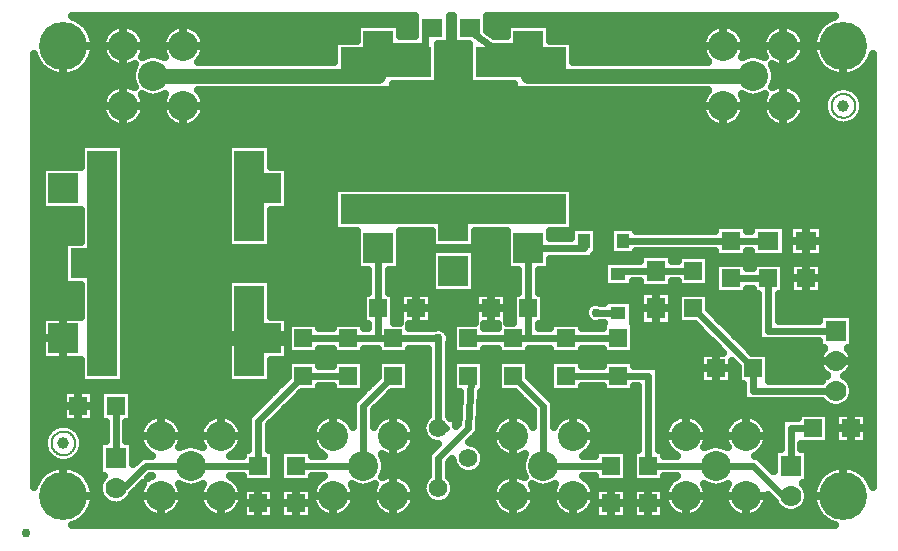
<source format=gtl>
*%FSLAX24Y24*%
*%MOIN*%
G01*
%ADD11C,0.0000*%
%ADD12C,0.0040*%
%ADD13C,0.0050*%
%ADD14C,0.0060*%
%ADD15C,0.0073*%
%ADD16C,0.0080*%
%ADD17C,0.0100*%
%ADD18C,0.0120*%
%ADD19C,0.0160*%
%ADD20C,0.0200*%
%ADD21C,0.0200*%
%ADD22C,0.0240*%
%ADD23C,0.0250*%
%ADD24C,0.0300*%
%ADD25C,0.0320*%
%ADD26C,0.0340*%
%ADD27C,0.0360*%
%ADD28C,0.0394*%
%ADD29C,0.0400*%
%ADD30C,0.0434*%
%ADD31C,0.0480*%
%ADD32C,0.0500*%
%ADD33C,0.0520*%
%ADD34C,0.0560*%
%ADD35C,0.0620*%
%ADD36C,0.0650*%
%ADD37C,0.0660*%
%ADD38C,0.0670*%
%ADD39C,0.0680*%
%ADD40C,0.0700*%
%ADD41C,0.0740*%
%ADD42C,0.0827*%
%ADD43C,0.0850*%
%ADD44C,0.0870*%
%ADD45C,0.1000*%
%ADD46C,0.1040*%
%ADD47C,0.1250*%
%ADD48C,0.1600*%
%ADD49C,0.1640*%
%ADD50C,0.2250*%
%ADD51R,0.0400X0.0400*%
%ADD52R,0.0400X0.0500*%
%ADD53R,0.0440X0.0540*%
%ADD54R,0.0450X0.0300*%
%ADD55R,0.0500X0.0400*%
%ADD56R,0.0500X0.0500*%
%ADD57R,0.0500X0.0600*%
%ADD58R,0.0540X0.0440*%
%ADD59R,0.0600X0.0500*%
%ADD60R,0.0600X0.0600*%
%ADD61R,0.0600X0.0700*%
%ADD62R,0.0640X0.0640*%
%ADD63R,0.0640X0.0740*%
%ADD64R,0.0700X0.0600*%
%ADD65R,0.0700X0.0700*%
%ADD66R,0.0740X0.0640*%
%ADD67R,0.0740X0.0740*%
%ADD68R,0.1000X0.1000*%
%ADD69R,0.1000X0.1000*%
%ADD70R,0.1040X0.1040*%
D16*
X52864Y46120D02*
X52862Y46087D01*
X52858Y46054D01*
X52851Y46022D01*
X52842Y45991D01*
X52830Y45960D01*
X52815Y45930D01*
X52798Y45902D01*
X52779Y45875D01*
X52757Y45850D01*
X52733Y45827D01*
X52708Y45806D01*
X52681Y45788D01*
X52652Y45771D01*
X52623Y45757D01*
X52592Y45746D01*
X52560Y45737D01*
X52528Y45731D01*
X52495Y45727D01*
X52462Y45726D01*
X52429Y45728D01*
X52396Y45733D01*
X52364Y45741D01*
X52333Y45751D01*
X52302Y45764D01*
X52273Y45779D01*
X52245Y45797D01*
X52219Y45817D01*
X52195Y45839D01*
X52172Y45863D01*
X52151Y45889D01*
X52133Y45916D01*
X52117Y45945D01*
X52104Y45975D01*
X52093Y46006D01*
X52085Y46038D01*
X52079Y46071D01*
X52077Y46104D01*
Y46136D01*
X52079Y46169D01*
X52085Y46202D01*
X52093Y46234D01*
X52104Y46265D01*
X52117Y46295D01*
X52133Y46324D01*
X52151Y46351D01*
X52172Y46377D01*
X52195Y46401D01*
X52219Y46423D01*
X52245Y46443D01*
X52273Y46461D01*
X52302Y46476D01*
X52333Y46489D01*
X52364Y46499D01*
X52396Y46507D01*
X52429Y46512D01*
X52462Y46514D01*
X52495Y46513D01*
X52528Y46509D01*
X52560Y46503D01*
X52592Y46494D01*
X52623Y46483D01*
X52652Y46469D01*
X52681Y46452D01*
X52708Y46434D01*
X52733Y46413D01*
X52757Y46390D01*
X52779Y46365D01*
X52798Y46338D01*
X52815Y46310D01*
X52830Y46280D01*
X52842Y46249D01*
X52851Y46218D01*
X52858Y46186D01*
X52862Y46153D01*
X52864Y46120D01*
X26864Y34870D02*
X26862Y34837D01*
X26858Y34804D01*
X26851Y34772D01*
X26842Y34741D01*
X26830Y34710D01*
X26815Y34680D01*
X26798Y34652D01*
X26779Y34625D01*
X26757Y34600D01*
X26733Y34577D01*
X26708Y34556D01*
X26681Y34538D01*
X26652Y34521D01*
X26623Y34507D01*
X26592Y34496D01*
X26560Y34487D01*
X26528Y34481D01*
X26495Y34477D01*
X26462Y34476D01*
X26429Y34478D01*
X26396Y34483D01*
X26364Y34491D01*
X26333Y34501D01*
X26302Y34514D01*
X26273Y34529D01*
X26245Y34547D01*
X26219Y34567D01*
X26195Y34589D01*
X26172Y34613D01*
X26151Y34639D01*
X26133Y34666D01*
X26117Y34695D01*
X26104Y34725D01*
X26093Y34756D01*
X26085Y34788D01*
X26079Y34821D01*
X26077Y34854D01*
Y34886D01*
X26079Y34919D01*
X26085Y34952D01*
X26093Y34984D01*
X26104Y35015D01*
X26117Y35045D01*
X26133Y35074D01*
X26151Y35101D01*
X26172Y35127D01*
X26195Y35151D01*
X26219Y35173D01*
X26245Y35193D01*
X26273Y35211D01*
X26302Y35226D01*
X26333Y35239D01*
X26364Y35249D01*
X26396Y35257D01*
X26429Y35262D01*
X26462Y35264D01*
X26495Y35263D01*
X26528Y35259D01*
X26560Y35253D01*
X26592Y35244D01*
X26623Y35233D01*
X26652Y35219D01*
X26681Y35202D01*
X26708Y35184D01*
X26733Y35163D01*
X26757Y35140D01*
X26779Y35115D01*
X26798Y35088D01*
X26815Y35060D01*
X26830Y35030D01*
X26842Y34999D01*
X26851Y34968D01*
X26858Y34936D01*
X26862Y34903D01*
X26864Y34870D01*
D22*
X32970Y35620D02*
X34470Y37120D01*
X36470Y36120D02*
X37470Y37120D01*
X29220Y34120D02*
X28470Y33370D01*
X38970Y34370D02*
X39970Y35370D01*
X38520Y48520D02*
X38670Y48670D01*
X49470Y34120D02*
X50470Y33120D01*
X42470Y36120D02*
X41470Y37120D01*
X47470Y39370D02*
X49470Y37370D01*
X40070Y37020D02*
X39970Y35370D01*
X40720Y48120D02*
X39920Y48670D01*
X28220Y36120D02*
Y34370D01*
X32970Y34120D02*
Y35620D01*
X36470Y36120D02*
Y34120D01*
X36970Y38370D02*
Y41370D01*
Y39370D02*
Y38370D01*
X38520Y48120D02*
Y48520D01*
X38970Y34370D02*
Y33370D01*
Y35370D02*
Y38370D01*
X39970Y37120D02*
Y37020D01*
X41970Y39370D02*
Y41370D01*
Y39370D02*
Y38370D01*
X42470Y36120D02*
Y34120D01*
X45970D02*
Y37120D01*
X44970Y40520D02*
Y40620D01*
X49470Y37370D02*
Y36620D01*
X49970Y38620D02*
Y40370D01*
X50720Y35370D02*
Y34120D01*
X28470Y33370D02*
X28220D01*
X50470Y33120D02*
X50720D01*
X30720Y34120D02*
X29220D01*
X48220D02*
X49470D01*
X50720Y35370D02*
X51470D01*
X48220Y34120D02*
X45970D01*
X44720D02*
X42470D01*
X39220Y35370D02*
X38970D01*
X36470Y34120D02*
X34220D01*
X32970D02*
X30720D01*
X44970Y37120D02*
X45970D01*
X35970D02*
X34470D01*
X43220D02*
X44970D01*
X49470Y36620D02*
X52220D01*
X40070Y37020D02*
X39970D01*
X35970Y38370D02*
X34470D01*
X35970D02*
X37470D01*
X36970D02*
X38970D01*
X49970Y38620D02*
X52220D01*
X44970Y38370D02*
X43220D01*
X43470D02*
X41970D01*
X43470D02*
X39970D01*
X44220Y39220D02*
X44970D01*
X48720Y40370D02*
X49970D01*
X47470Y40620D02*
X46220D01*
X44970D01*
X45120Y41620D02*
X48720D01*
X49970D01*
X43820Y41370D02*
X41970D01*
X38520Y48120D02*
X36970D01*
X40720D02*
X41970D01*
D23*
X34433Y36595D02*
X34125Y36287D01*
X33945Y36107D01*
X33803Y35965D01*
X33395Y35557D01*
X33315Y35477D01*
X33757Y36895D02*
X33945Y37083D01*
X33757Y36895D02*
X33637Y36775D01*
X33457Y36595D01*
X33395Y36533D01*
X33315Y36453D01*
X32827Y35965D01*
X32625Y35763D01*
X32495Y35633D01*
X32482Y35620D01*
X37303Y36465D02*
X37433Y36595D01*
X37303Y36465D02*
X36945Y36107D01*
X36815Y35977D01*
Y36953D02*
X36945Y37083D01*
X36815Y36953D02*
X36637Y36775D01*
X36495Y36633D01*
X36457Y36595D01*
X36327Y36465D01*
X36315Y36453D01*
X36125Y36263D01*
X35982Y36120D01*
X29363Y33775D02*
X29303Y33715D01*
X29296Y33708D01*
X29132Y33544D02*
X28875Y33287D01*
X28815Y33227D01*
X28795Y33207D01*
X28760Y33172D01*
X29077Y34465D02*
X29213Y34601D01*
X29077Y34465D02*
X28875Y34263D01*
X28815Y34203D01*
X28795Y34183D01*
X40306Y35219D02*
X40458Y35370D01*
X40306Y35219D02*
X40113Y35025D01*
X40104Y35016D01*
X39992Y34905D01*
X39435Y34348D02*
X39315Y34227D01*
X39565Y35453D02*
X39634Y35521D01*
X38948Y34835D02*
X38827Y34715D01*
X38625Y34513D01*
X38482Y34370D01*
X42815Y35977D02*
X42958Y36120D01*
X38175Y48663D02*
X38195Y48683D01*
X38175Y48663D02*
X38032Y48520D01*
X32482Y35620D02*
X32625Y35477D01*
X35982Y36120D02*
X36125Y35977D01*
X29363Y34465D02*
X29296Y34532D01*
X49944Y33158D02*
X50125Y32977D01*
X50145Y32957D01*
X50180Y32922D01*
X49613Y34465D02*
X49585Y34493D01*
X49613Y34465D02*
X49815Y34263D01*
X50125Y33953D01*
X50145Y33933D01*
X40458Y35370D02*
X40324Y35504D01*
X38625Y34227D02*
X38482Y34370D01*
X41507Y36595D02*
X41637Y36465D01*
X41995Y36107D01*
X42125Y35977D01*
Y36953D02*
X41995Y37083D01*
X42125Y36953D02*
X42303Y36775D01*
X42483Y36595D01*
X42613Y36465D01*
X42695Y36383D01*
X42815Y36263D01*
X42958Y36120D01*
X47507Y38845D02*
X47557Y38795D01*
X47695Y38657D01*
X47995Y38357D01*
X48077Y38275D01*
X48457Y37895D01*
X48745Y37607D02*
X48945Y37407D01*
X48195Y39133D02*
X47995Y39333D01*
X48195Y39133D02*
X48363Y38965D01*
X48375Y38953D01*
X48483Y38845D01*
X48745Y38583D01*
X48945Y38383D01*
X49053Y38275D01*
X49125Y38203D01*
X49245Y38083D01*
X49433Y37895D01*
X38087Y48465D02*
X38032Y48520D01*
X40104Y35016D02*
X40294Y35005D01*
X40324Y35504D02*
X40390Y36595D01*
X40324Y35504D02*
X40315Y35360D01*
X40306Y35219D01*
X40294Y35005D01*
X39645Y35715D02*
X39699Y36595D01*
X39645Y35715D02*
X39634Y35521D01*
X40827Y48465D02*
X40638Y48595D01*
X40595Y48625D01*
X26470Y39095D02*
Y38370D01*
X25620Y44095D02*
Y47547D01*
Y44095D02*
Y42645D01*
Y39095D01*
Y37645D01*
Y33693D01*
X25870Y44095D02*
Y47289D01*
Y42645D02*
Y39095D01*
Y37645D02*
Y35142D01*
Y34598D02*
Y33951D01*
X26120Y44095D02*
Y47157D01*
Y42645D02*
Y39095D01*
Y37645D02*
Y35428D01*
X26370Y44095D02*
Y47100D01*
Y42645D02*
Y41595D01*
Y40145D01*
Y39095D01*
Y37645D02*
Y36645D01*
Y35595D01*
X26620Y44095D02*
Y47106D01*
Y42645D02*
Y41595D01*
Y40145D02*
Y39095D01*
Y37645D02*
Y36645D01*
X26870Y44845D02*
Y47176D01*
Y44845D02*
Y44095D01*
Y42645D02*
Y41595D01*
Y40145D02*
Y39095D01*
Y37645D02*
Y36895D01*
Y36645D01*
Y34347D02*
Y34064D01*
X27120Y44845D02*
Y47327D01*
Y36895D02*
Y36645D01*
Y35595D02*
Y34977D01*
Y34763D02*
Y33913D01*
X25485Y44095D02*
Y47836D01*
Y44095D02*
Y42645D01*
Y39095D01*
Y37645D01*
Y33404D01*
X26445Y35595D02*
Y36645D01*
X27045Y44095D02*
Y44845D01*
Y42645D02*
Y41595D01*
Y40145D02*
Y39095D01*
Y37645D02*
Y36895D01*
X26495Y40145D02*
Y41595D01*
X25745Y42645D02*
Y44095D01*
Y39095D02*
Y37645D01*
X26470Y34145D02*
Y33120D01*
Y47095D02*
Y48120D01*
Y38370D02*
Y37645D01*
X26970Y36120D02*
Y35595D01*
Y36120D02*
Y36645D01*
X27370Y48611D02*
Y49105D01*
Y47629D02*
Y44845D01*
Y36895D02*
Y36645D01*
Y35595D02*
Y34945D01*
Y33795D01*
Y32629D02*
Y32135D01*
X27620Y44845D02*
Y49105D01*
Y36895D02*
Y36645D01*
Y36465D02*
Y35595D01*
Y34945D01*
Y34025D01*
Y33715D02*
Y33025D01*
Y32135D01*
X27870Y48527D02*
Y49105D01*
Y47713D02*
Y46527D01*
Y45713D02*
Y44845D01*
Y36895D02*
Y36645D01*
Y35595D02*
Y34945D01*
Y32914D02*
Y32135D01*
X28120Y48755D02*
Y49105D01*
Y47485D02*
Y46755D01*
Y45485D02*
Y44845D01*
Y36895D02*
Y36645D01*
Y32804D02*
Y32135D01*
X28370Y48838D02*
Y49105D01*
Y47402D02*
Y46838D01*
Y45402D02*
Y44845D01*
Y36895D02*
Y36645D01*
Y32815D02*
Y32135D01*
X28620Y48829D02*
Y49105D01*
Y47411D02*
Y46829D01*
Y45411D02*
Y44845D01*
Y36895D01*
Y36645D01*
Y35595D02*
Y34945D01*
Y32957D02*
Y32135D01*
X28870Y48725D02*
Y49105D01*
Y45515D02*
Y36645D01*
Y35595D01*
Y34945D01*
Y34465D01*
Y33282D02*
Y33025D01*
Y32135D01*
X28565Y34945D02*
Y35595D01*
X27875D02*
Y34945D01*
X28815Y33227D02*
Y33025D01*
X28875Y34263D02*
Y34465D01*
X27495Y35595D02*
Y36645D01*
X28745D02*
Y36465D01*
Y35595D01*
X27695Y36465D02*
Y36645D01*
Y36465D02*
Y35595D01*
X28795Y34945D02*
Y34465D01*
Y34183D01*
X27645Y34025D02*
Y34945D01*
Y34025D02*
Y33795D01*
Y33715D01*
X28495Y36895D02*
Y44845D01*
X28470Y47395D02*
Y48120D01*
Y48845D01*
Y46120D02*
Y45395D01*
Y46120D02*
Y46845D01*
X29120Y48441D02*
Y49105D01*
Y45799D02*
Y35527D01*
Y32713D02*
Y32135D01*
X29370Y47838D02*
Y49105D01*
Y46402D02*
Y35755D01*
Y32485D02*
Y32135D01*
X29620Y47829D02*
Y49105D01*
Y46411D02*
Y35838D01*
Y32402D02*
Y32135D01*
X29870Y48527D02*
Y49105D01*
Y45713D02*
Y35829D01*
Y32411D02*
Y32135D01*
X30120Y48755D02*
Y49105D01*
Y45485D02*
Y35725D01*
Y32515D02*
Y32135D01*
X30370Y48838D02*
Y49105D01*
Y45402D02*
Y35441D01*
Y32799D02*
Y32135D01*
X30620Y48829D02*
Y49105D01*
Y45411D02*
Y34838D01*
Y33402D02*
Y32135D01*
X30870Y48725D02*
Y49105D01*
Y45515D02*
Y34829D01*
Y33411D02*
Y32135D01*
X30470Y45395D02*
Y46120D01*
Y48120D02*
Y48845D01*
X29720Y35845D02*
Y35120D01*
Y33120D02*
Y32395D01*
X31120Y48441D02*
Y49105D01*
Y45799D02*
Y35527D01*
Y32713D02*
Y32135D01*
X31370Y47595D02*
Y49105D01*
Y46645D02*
Y35755D01*
Y32485D02*
Y32135D01*
X31620Y47595D02*
Y49105D01*
Y46645D02*
Y35838D01*
Y32402D02*
Y32135D01*
X31870Y47595D02*
Y49105D01*
Y46645D02*
Y44845D01*
Y41395D01*
Y40345D01*
Y36895D01*
Y35829D01*
Y32411D02*
Y32135D01*
X32120Y47595D02*
Y49105D01*
Y46645D02*
Y44845D01*
Y41395D02*
Y40345D01*
Y36895D02*
Y35725D01*
Y32515D02*
Y32135D01*
X32370Y47595D02*
Y49105D01*
Y46645D02*
Y44845D01*
Y41395D02*
Y40345D01*
Y36895D02*
Y35965D01*
Y35441D01*
Y32799D02*
Y32345D01*
X32620Y47595D02*
Y49105D01*
Y46645D02*
Y44845D01*
Y41395D02*
Y40345D01*
Y36895D02*
Y35965D01*
Y35758D02*
Y35482D01*
Y34645D01*
X32870Y47595D02*
Y49105D01*
Y46645D02*
Y44845D01*
Y41395D02*
Y40345D01*
Y36895D02*
Y36008D01*
X32625Y35965D02*
Y35763D01*
Y35477D01*
Y34645D01*
X31945Y36895D02*
Y40345D01*
Y41395D02*
Y44845D01*
X32445Y33395D02*
Y33120D01*
Y32345D01*
Y32220D01*
Y34465D02*
Y34645D01*
Y33775D02*
Y33595D01*
Y33470D01*
X32970Y32870D02*
Y32345D01*
Y32870D02*
Y33395D01*
X31720Y33120D02*
Y32395D01*
Y35120D02*
Y35845D01*
X33120Y47595D02*
Y49105D01*
Y46645D02*
Y44845D01*
Y41395D02*
Y40345D01*
Y36895D02*
Y36258D01*
X33370Y47595D02*
Y49105D01*
Y46645D02*
Y44845D01*
Y41395D02*
Y40345D01*
Y36895D02*
Y36508D01*
Y35532D02*
Y34645D01*
X33620Y47595D02*
Y49105D01*
Y46645D02*
Y44845D01*
Y44095D01*
Y42645D02*
Y41395D01*
Y40345D01*
Y39095D01*
Y37645D02*
Y36895D01*
Y35782D02*
Y34645D01*
Y34465D02*
Y33775D01*
Y33395D02*
Y32345D01*
X33870Y47595D02*
Y49105D01*
Y46645D02*
Y44095D01*
Y42645D02*
Y39095D01*
Y37465D02*
Y37008D01*
Y36032D02*
Y34645D01*
X34120Y47595D02*
Y49105D01*
Y46645D02*
Y44095D01*
Y42645D01*
Y39095D01*
Y36282D02*
Y34645D01*
X34370Y47595D02*
Y49105D01*
Y46645D02*
Y38895D01*
Y36532D02*
Y34645D01*
X34620Y47595D02*
Y49105D01*
Y46645D02*
Y38895D01*
Y36595D02*
Y34645D01*
X34870Y47595D02*
Y49105D01*
Y46645D02*
Y38895D01*
Y36595D02*
Y35527D01*
Y32713D02*
Y32345D01*
X33315Y34645D02*
Y35477D01*
X33395Y39095D02*
Y40345D01*
Y37645D02*
Y36895D01*
Y44095D02*
Y44845D01*
Y42645D02*
Y41395D01*
X33945Y39095D02*
Y38895D01*
Y37845D02*
Y37645D01*
Y37520D01*
Y42645D02*
Y44095D01*
X33495Y33395D02*
Y32345D01*
Y32220D01*
Y34465D02*
Y34645D01*
Y34465D02*
Y33775D01*
Y33595D01*
Y33470D01*
X33945Y38715D02*
Y38895D01*
Y38715D02*
Y38025D01*
Y37845D01*
Y37720D01*
Y37645D02*
Y37465D01*
Y37083D01*
X34745Y33395D02*
Y33120D01*
Y32345D01*
Y32220D01*
X33695Y32345D02*
Y33395D01*
Y32345D02*
Y32220D01*
X34745Y34465D02*
Y34645D01*
Y33775D02*
Y33595D01*
Y33470D01*
X33695Y34465D02*
Y34645D01*
Y34465D02*
Y33775D01*
Y33595D01*
Y33470D01*
X34220Y32870D02*
Y32345D01*
Y32870D02*
Y33395D01*
X35120Y47595D02*
Y49105D01*
Y46645D02*
Y38895D01*
Y36595D02*
Y35755D01*
Y32485D02*
Y32135D01*
X35370Y48295D02*
Y49105D01*
Y48295D02*
Y47595D01*
Y46645D02*
Y43395D01*
Y41945D01*
Y38895D01*
Y36595D02*
Y35838D01*
Y32402D02*
Y32135D01*
X35620Y48295D02*
Y49105D01*
Y46645D02*
Y43395D01*
Y41945D02*
Y38895D01*
Y36595D02*
Y35829D01*
Y32411D02*
Y32135D01*
X35870Y48295D02*
Y49105D01*
Y46645D02*
Y43395D01*
Y41945D02*
Y38895D01*
Y36465D02*
Y35725D01*
Y32515D02*
Y32135D01*
X36120Y48845D02*
Y49105D01*
Y48845D02*
Y48295D01*
Y46645D02*
Y43395D01*
Y41945D02*
Y40645D01*
Y38895D01*
Y36258D02*
Y35982D01*
Y35441D01*
Y32799D02*
Y32135D01*
X36370Y48845D02*
Y49105D01*
Y46645D02*
Y43395D01*
Y40645D02*
Y39895D01*
Y39715D02*
Y38895D01*
Y33402D02*
Y32135D01*
X36620Y48845D02*
Y49105D01*
Y46645D02*
Y43395D01*
Y40645D02*
Y39895D01*
Y37645D02*
Y36758D01*
Y33411D02*
Y32135D01*
X36870Y48845D02*
Y49105D01*
Y46645D02*
Y43395D01*
Y37645D02*
Y37008D01*
Y36032D02*
Y35527D01*
Y32713D02*
Y32135D01*
X36815Y35431D02*
Y35977D01*
X36125Y36263D02*
Y36465D01*
Y36263D02*
Y35977D01*
Y35431D01*
X36625Y39895D02*
Y40645D01*
Y38845D02*
Y38715D01*
X36495Y38845D02*
Y38895D01*
Y38845D02*
Y38715D01*
Y38025D02*
Y37845D01*
Y37720D01*
X35445Y38715D02*
Y38895D01*
Y38025D02*
Y37845D01*
Y37720D01*
X36495Y37645D02*
Y37465D01*
Y36775D01*
Y36633D01*
X35445Y37465D02*
Y37645D01*
Y36775D02*
Y36595D01*
Y36470D01*
X34995Y38715D02*
Y38895D01*
Y38025D02*
Y37845D01*
Y37720D01*
Y37645D02*
Y37465D01*
Y36775D02*
Y36595D01*
Y36470D01*
X35495Y47595D02*
Y48295D01*
Y43395D02*
Y41945D01*
X36245Y48345D02*
Y48845D01*
Y48345D02*
Y48295D01*
Y41945D02*
Y40645D01*
X36445Y39895D02*
Y39715D01*
Y38895D01*
Y38845D01*
X35470Y35845D02*
Y35120D01*
Y33120D02*
Y32395D01*
X37120Y48845D02*
Y49105D01*
Y46645D02*
Y43395D01*
Y36282D02*
Y35755D01*
Y32485D02*
Y32135D01*
X37370Y48845D02*
Y49105D01*
Y46645D02*
Y43395D01*
Y40645D02*
Y39895D01*
Y36532D02*
Y35838D01*
Y34402D02*
Y33838D01*
Y32402D02*
Y32135D01*
X37620Y48845D02*
Y49105D01*
Y46645D02*
Y43395D01*
Y40645D02*
Y39895D01*
Y38895D01*
Y36595D02*
Y35829D01*
Y34411D02*
Y33829D01*
Y32411D02*
Y32135D01*
X37870Y48845D02*
Y49105D01*
Y48845D02*
Y48465D01*
Y46845D02*
Y43395D01*
Y41945D02*
Y40645D01*
Y39895D01*
Y36595D02*
Y35725D01*
Y34515D02*
Y33725D01*
Y32515D02*
Y32135D01*
X38120Y48608D02*
Y48865D01*
Y46845D02*
Y43395D01*
Y41945D02*
Y39895D01*
Y37645D02*
Y36595D01*
Y35441D01*
Y34799D02*
Y33441D01*
Y32799D02*
Y32135D01*
X38370Y43395D02*
Y46845D01*
Y41945D02*
Y39895D01*
Y38025D02*
Y35715D01*
Y35025D01*
Y34715D01*
Y33025D01*
Y32135D01*
X38620Y43395D02*
Y46845D01*
Y41945D02*
Y41395D01*
Y41345D02*
Y39895D01*
Y38025D02*
Y35775D01*
Y34965D02*
Y34715D01*
Y34508D02*
Y34232D01*
Y33775D01*
Y32965D02*
Y32135D01*
X37315Y39895D02*
Y40645D01*
X38175Y48663D02*
Y48865D01*
Y48663D02*
Y48465D01*
X38625Y34715D02*
Y34513D01*
Y34227D01*
Y33779D01*
Y35779D02*
Y38025D01*
X37445Y46645D02*
Y46845D01*
X37995Y38845D02*
Y38715D01*
Y38025D02*
Y37845D01*
Y37720D01*
X36945Y37845D02*
Y38025D01*
Y37845D02*
Y37720D01*
X37995Y37645D02*
Y36595D01*
Y36470D01*
X36945Y37083D02*
Y37645D01*
X38745Y39895D02*
Y41345D01*
Y39895D02*
Y39770D01*
Y41395D02*
Y41945D01*
Y41395D02*
Y41345D01*
Y41270D01*
X37695Y48465D02*
Y48845D01*
Y41945D02*
Y40645D01*
X38195Y48865D02*
Y49105D01*
Y48865D02*
Y48683D01*
X38745Y39895D02*
Y38845D01*
X37695Y38895D02*
Y39895D01*
X37495D02*
Y39715D01*
Y38895D01*
X38220Y38845D02*
Y39370D01*
Y39895D01*
X37470Y33120D02*
Y32395D01*
Y33120D02*
Y33845D01*
Y34395D02*
Y35120D01*
Y35845D01*
X38870Y43395D02*
Y46845D01*
Y39895D02*
Y38845D01*
Y32844D02*
Y32135D01*
X39120Y47775D02*
Y48195D01*
Y47775D02*
Y46845D01*
Y43395D01*
Y39895D02*
Y38715D01*
Y32856D02*
Y32135D01*
X39370Y48195D02*
Y49105D01*
Y48195D02*
Y43395D01*
Y39895D02*
Y38895D01*
Y38715D02*
Y38025D01*
Y37365D02*
Y36675D01*
Y36595D02*
Y35725D01*
Y34282D02*
Y33725D01*
Y33015D02*
Y32135D01*
X39620Y43395D02*
Y48195D01*
Y39895D02*
Y38895D01*
Y36595D02*
Y35715D01*
Y33965D02*
Y32135D01*
X39870Y46845D02*
Y48195D01*
Y46845D02*
Y43395D01*
Y39895D02*
Y38895D01*
Y33844D02*
Y32135D01*
X40120Y43395D02*
Y46845D01*
Y39895D02*
Y38895D01*
Y33856D02*
Y32135D01*
X40370Y43395D02*
Y46845D01*
Y41945D02*
Y41395D01*
Y41345D02*
Y39895D01*
Y36267D02*
Y35458D01*
Y35282D02*
Y34725D01*
Y34015D02*
Y32135D01*
X40620Y48607D02*
Y49105D01*
Y46845D02*
Y43395D01*
Y41945D02*
Y39895D01*
Y37645D02*
Y37365D01*
Y36675D01*
Y36595D02*
Y32135D01*
X39315Y33779D02*
Y34227D01*
Y37845D02*
Y38025D01*
Y37845D02*
Y37645D01*
Y36595D01*
Y35779D01*
X39565Y35715D02*
Y35453D01*
X39315Y38517D02*
Y38715D01*
Y38223D02*
Y38025D01*
X40195Y38895D02*
Y39895D01*
X39995Y46845D02*
Y48195D01*
X38945D02*
Y47775D01*
Y46845D01*
X40195Y41345D02*
Y39895D01*
Y39770D01*
Y41395D02*
Y41945D01*
Y41395D02*
Y41345D01*
Y41270D01*
X39345Y48195D02*
Y49105D01*
X40595D02*
Y48625D01*
X39445Y48588D02*
Y49105D01*
Y48588D02*
Y48578D01*
Y48195D01*
X40495Y38845D02*
Y38715D01*
Y38025D02*
Y37845D01*
Y37720D01*
X39445Y38715D02*
Y38895D01*
Y38715D02*
Y38025D01*
Y37845D01*
Y37720D01*
X40495Y37645D02*
Y37465D01*
Y37365D01*
Y36675D01*
Y36595D01*
Y36470D01*
X39445Y37465D02*
Y37645D01*
Y37465D02*
Y37365D01*
Y36675D01*
Y36595D01*
Y36470D01*
X40720Y38845D02*
Y39370D01*
Y39895D01*
X40870Y48465D02*
Y49105D01*
Y46845D02*
Y43395D01*
Y41945D02*
Y39895D01*
Y37645D02*
Y36595D01*
Y35527D01*
Y34713D02*
Y33527D01*
Y32713D02*
Y32135D01*
X41120Y48845D02*
Y49105D01*
Y48845D02*
Y48465D01*
Y46845D02*
Y43395D01*
Y41945D02*
Y40645D01*
Y39895D01*
Y36595D02*
Y35755D01*
Y34485D02*
Y33755D01*
Y32485D02*
Y32135D01*
X41370Y48845D02*
Y49105D01*
Y46645D02*
Y43395D01*
Y40645D02*
Y39895D01*
Y39715D02*
Y39025D01*
Y36595D02*
Y35838D01*
Y34402D02*
Y33838D01*
Y32402D02*
Y32135D01*
X41620Y48845D02*
Y49105D01*
Y46645D02*
Y43395D01*
Y40645D02*
Y39895D01*
Y36482D02*
Y35829D01*
Y34411D02*
Y33829D01*
Y32411D02*
Y32135D01*
X41870Y48845D02*
Y49105D01*
Y46645D02*
Y43395D01*
Y36232D02*
Y35725D01*
Y32515D02*
Y32135D01*
X42120Y48845D02*
Y49105D01*
Y46645D02*
Y43395D01*
Y37645D02*
Y36958D01*
Y35982D02*
Y35441D01*
Y32799D02*
Y32135D01*
X42370Y48845D02*
Y49105D01*
Y46645D02*
Y43395D01*
Y40645D02*
Y39895D01*
Y38025D02*
Y36708D01*
Y33402D02*
Y32135D01*
X42620Y48845D02*
Y49105D01*
Y46645D02*
Y43395D01*
Y40645D02*
Y39895D01*
Y38895D01*
Y37465D02*
Y36775D01*
Y33411D02*
Y32135D01*
X42315Y39895D02*
Y40645D01*
X41625D02*
Y39895D01*
X42315Y38845D02*
Y38715D01*
Y38025D02*
Y37900D01*
X42125Y35977D02*
Y35431D01*
X41495Y46645D02*
Y46845D01*
X41245Y39895D02*
Y38895D01*
X42495Y39715D02*
Y39895D01*
Y39715D02*
Y39025D01*
Y38895D01*
Y38845D01*
X41445Y39715D02*
Y39895D01*
Y39715D02*
Y39025D01*
Y38895D01*
X42695D02*
Y38845D01*
Y38715D01*
Y38025D02*
Y37845D01*
Y37720D01*
Y37645D02*
Y37465D01*
Y36775D01*
Y36595D01*
Y36470D01*
X41995Y37845D02*
Y38025D01*
Y37845D02*
Y37720D01*
X40945Y38715D02*
Y38845D01*
Y38025D02*
Y37845D01*
Y37720D01*
X41995Y37645D02*
Y37083D01*
X40945Y36595D02*
Y37645D01*
Y36595D02*
Y36470D01*
X42695Y48595D02*
Y48845D01*
Y48595D02*
Y48295D01*
X41245Y48595D02*
Y48845D01*
Y48595D02*
Y48465D01*
X42695Y41945D02*
Y41715D01*
Y41025D02*
Y40645D01*
X41245D02*
Y41945D01*
X41470Y35120D02*
Y34395D01*
Y35120D02*
Y35845D01*
Y33120D02*
Y32395D01*
Y33120D02*
Y33845D01*
X42870Y48845D02*
Y49105D01*
Y48845D02*
Y48295D01*
Y46645D02*
Y43395D01*
Y41025D02*
Y40645D01*
Y38895D01*
Y36465D02*
Y36208D01*
Y36032D02*
Y35527D01*
Y32713D02*
Y32135D01*
X43120Y48295D02*
Y49105D01*
Y46645D02*
Y43395D01*
Y41025D02*
Y38895D01*
Y36595D02*
Y35755D01*
Y32485D02*
Y32135D01*
X43370Y48295D02*
Y49105D01*
Y46645D02*
Y43395D01*
Y41025D02*
Y38895D01*
Y36595D02*
Y35838D01*
Y32402D02*
Y32135D01*
X43620Y48295D02*
Y49105D01*
Y48295D02*
Y47595D01*
Y46645D02*
Y43395D01*
Y42095D01*
Y41025D02*
Y39565D01*
Y38895D01*
Y36595D02*
Y35829D01*
Y32411D02*
Y32135D01*
X43870Y47595D02*
Y49105D01*
Y46645D02*
Y42095D01*
Y41025D02*
Y39565D01*
Y36595D02*
Y35725D01*
Y32515D02*
Y32135D01*
X44120Y47595D02*
Y49105D01*
Y46645D02*
Y42095D01*
Y41025D02*
Y39581D01*
Y38025D02*
Y37465D01*
Y36775D02*
Y35441D01*
Y32799D02*
Y32345D01*
X44370Y47595D02*
Y49105D01*
Y46645D02*
Y42095D01*
Y41715D01*
Y41145D01*
Y40945D02*
Y40275D01*
Y40095D02*
Y39645D01*
Y36595D02*
Y34645D01*
X44620Y47595D02*
Y49105D01*
Y46645D02*
Y42095D01*
Y41965D02*
Y41275D01*
Y40095D02*
Y39645D01*
Y36595D02*
Y34645D01*
X42815Y36263D02*
Y36465D01*
Y36263D02*
Y35977D01*
Y35431D01*
X43875Y39367D02*
Y39565D01*
Y39073D02*
Y38895D01*
Y38875D01*
X44625Y40945D02*
Y40965D01*
X44165Y41025D02*
Y41145D01*
X44195Y33395D02*
Y33120D01*
Y32345D01*
Y32220D01*
Y34465D02*
Y34645D01*
Y33775D02*
Y33595D01*
Y33470D01*
X44445Y38795D02*
Y38875D01*
Y38795D02*
Y38715D01*
Y38025D02*
Y37845D01*
Y37720D01*
Y37645D02*
Y37465D01*
Y36775D02*
Y36595D01*
Y36470D01*
X43745Y38875D02*
Y38895D01*
Y38875D02*
Y38715D01*
Y38025D02*
Y37845D01*
Y37720D01*
Y37645D02*
Y37465D01*
Y36775D02*
Y36595D01*
Y36470D01*
X43445Y47595D02*
Y48295D01*
Y43395D02*
Y42095D01*
X44245D02*
Y41715D01*
Y41145D01*
Y41025D01*
X43395Y41715D02*
Y41945D01*
X44695Y41965D02*
Y42095D01*
Y41965D02*
Y41275D01*
Y41145D01*
X44495Y39645D02*
Y39565D01*
Y40945D02*
Y40965D01*
Y40945D02*
Y40275D01*
Y40175D01*
Y40095D01*
X43470Y33120D02*
Y32395D01*
Y35120D02*
Y35845D01*
X44720Y32870D02*
Y32345D01*
Y32870D02*
Y33395D01*
X44870Y47595D02*
Y49105D01*
Y46645D02*
Y42095D01*
Y40095D02*
Y39645D01*
Y36595D02*
Y34645D01*
X45120Y47595D02*
Y49105D01*
Y46645D02*
Y42095D01*
Y40095D02*
Y39645D01*
Y36595D02*
Y34645D01*
X45370Y47595D02*
Y49105D01*
Y46645D02*
Y42095D01*
Y40095D02*
Y39645D01*
Y36595D02*
Y34645D01*
Y34465D02*
Y33775D01*
Y33395D02*
Y32345D01*
X45620Y47595D02*
Y49105D01*
Y46645D02*
Y42095D01*
Y39945D02*
Y39645D01*
Y38895D01*
Y38795D02*
Y37845D01*
Y36595D02*
Y34645D01*
X45870Y47595D02*
Y49105D01*
Y46645D02*
Y41965D01*
Y38795D02*
Y37465D01*
X46120Y47595D02*
Y49105D01*
Y46645D02*
Y41965D01*
Y38795D02*
Y37465D01*
X46370Y47595D02*
Y49105D01*
Y46645D02*
Y41965D01*
Y38795D02*
Y37465D01*
Y36775D01*
Y34645D01*
X46620Y47595D02*
Y49105D01*
Y46645D02*
Y41965D01*
Y38795D02*
Y35527D01*
Y32713D02*
Y32345D01*
X46315Y34645D02*
Y36775D01*
X45625D02*
Y36595D01*
Y34645D01*
X46315Y36775D02*
Y37465D01*
X46495Y33395D02*
Y33120D01*
Y32345D01*
Y32220D01*
X45445Y32345D02*
Y33395D01*
Y32345D02*
Y32220D01*
X46495Y34465D02*
Y34645D01*
Y33775D02*
Y33595D01*
Y33470D01*
X45445Y34465D02*
Y34645D01*
Y34465D02*
Y33775D01*
Y33595D01*
Y33470D01*
X45245Y33395D02*
Y32345D01*
Y32220D01*
Y34465D02*
Y34645D01*
Y34465D02*
Y33775D01*
Y33595D01*
Y33470D01*
X45495Y38875D02*
Y38895D01*
Y38875D02*
Y38795D01*
Y38715D01*
Y38025D01*
Y37845D01*
Y37720D01*
Y37645D02*
Y37465D01*
Y36775D02*
Y36595D01*
Y36470D01*
X45545Y41965D02*
Y42095D01*
Y41275D02*
Y41195D01*
Y41145D01*
X45445Y39645D02*
Y39565D01*
Y38895D01*
Y38875D01*
Y40175D02*
Y40275D01*
Y40175D02*
Y40095D01*
Y40045D01*
X45695Y41195D02*
Y41275D01*
Y41195D02*
Y41145D01*
Y40965D01*
Y40275D02*
Y40095D01*
Y40045D01*
Y39945D02*
Y39920D01*
Y39945D02*
Y40045D01*
Y39945D02*
Y39645D01*
Y38895D01*
Y38795D01*
Y38670D01*
X46220Y38845D02*
Y39370D01*
Y39895D01*
X45970Y32870D02*
Y32345D01*
Y32870D02*
Y33395D01*
X46870Y47595D02*
Y49105D01*
Y46645D02*
Y41965D01*
Y39895D02*
Y38845D01*
Y38795D02*
Y35755D01*
Y32485D02*
Y32135D01*
X47120Y47595D02*
Y49105D01*
Y46645D02*
Y41965D01*
Y38845D02*
Y35838D01*
Y32402D02*
Y32135D01*
X47370Y47595D02*
Y49105D01*
Y46645D02*
Y41965D01*
Y38845D02*
Y35829D01*
Y32411D02*
Y32135D01*
X47620Y47595D02*
Y49105D01*
Y46645D02*
Y41965D01*
Y38732D02*
Y37895D01*
Y36845D01*
Y35725D01*
Y32515D02*
Y32135D01*
X47870Y48527D02*
Y49105D01*
Y45713D02*
Y41965D01*
Y38482D02*
Y37895D01*
Y36845D02*
Y35441D01*
Y32799D02*
Y32135D01*
X48120Y48755D02*
Y49105D01*
Y45485D02*
Y42145D01*
Y40715D02*
Y40095D01*
Y39845D02*
Y39208D01*
Y38232D02*
Y37895D01*
Y36845D02*
Y34838D01*
Y33402D02*
Y32135D01*
X48370Y48838D02*
Y49105D01*
Y45402D02*
Y42145D01*
Y39845D02*
Y38958D01*
Y36845D02*
Y34829D01*
Y33411D02*
Y32135D01*
X48620Y48829D02*
Y49105D01*
Y45411D02*
Y42145D01*
Y39845D02*
Y38708D01*
Y36845D02*
Y35527D01*
Y32713D02*
Y32135D01*
X47695Y36845D02*
Y37895D01*
X46745Y41195D02*
Y41275D01*
Y41195D02*
Y41145D01*
Y40965D01*
Y40275D02*
Y40095D01*
Y40045D01*
Y39945D02*
Y39920D01*
Y39945D02*
Y40045D01*
Y39945D02*
Y39895D01*
Y38845D01*
Y38795D01*
Y38670D01*
X47995Y39845D02*
Y39895D01*
Y39845D02*
Y39333D01*
X46945Y39895D02*
Y39945D01*
Y39895D02*
Y38845D01*
Y38795D01*
Y38720D01*
X47995Y41095D02*
Y41145D01*
Y41095D02*
Y40965D01*
Y40895D01*
Y40275D01*
Y40095D01*
Y39970D01*
X46945Y41145D02*
Y41195D01*
Y41145D02*
Y40965D01*
Y40275D02*
Y40095D01*
Y40045D01*
Y39970D01*
X48195Y40715D02*
Y40895D01*
Y40715D02*
Y40095D01*
Y40025D01*
Y39895D01*
Y39845D01*
Y39720D01*
Y41965D02*
Y42145D01*
Y41275D02*
Y41145D01*
Y41095D01*
Y40970D01*
X48220Y37370D02*
Y36845D01*
Y37370D02*
Y37895D01*
X48470Y48120D02*
Y48845D01*
Y46120D02*
Y45395D01*
X47220Y35845D02*
Y35120D01*
Y33120D02*
Y32395D01*
X48870Y48725D02*
Y49105D01*
Y45515D02*
Y42145D01*
Y39845D02*
Y38458D01*
Y37482D02*
Y36965D01*
Y36845D02*
Y36275D01*
Y35755D01*
Y32485D02*
Y32135D01*
X49120Y48441D02*
Y49105D01*
Y45799D02*
Y42145D01*
Y39845D02*
Y38208D01*
Y36845D02*
Y36275D01*
Y35838D01*
Y32402D02*
Y32135D01*
X49370Y47838D02*
Y49105D01*
Y46402D02*
Y42145D01*
Y39845D02*
Y38965D01*
Y38275D01*
Y37958D01*
Y36275D02*
Y35829D01*
Y32411D02*
Y32135D01*
X49620Y47829D02*
Y49105D01*
Y46411D02*
Y42145D01*
Y39845D02*
Y38965D01*
Y38275D01*
Y37895D01*
Y36275D02*
Y35725D01*
Y32515D02*
Y32135D01*
X49870Y48527D02*
Y49105D01*
Y45713D02*
Y42145D01*
Y38275D02*
Y37895D01*
Y36275D02*
Y35441D01*
Y34465D02*
Y34208D01*
Y32775D02*
Y32135D01*
X50120Y48755D02*
Y49105D01*
Y45485D02*
Y42145D01*
Y38275D02*
Y37895D01*
Y36965D01*
Y36275D02*
Y35715D01*
Y35025D01*
Y34695D01*
Y33958D01*
Y32775D02*
Y32135D01*
X50370Y48838D02*
Y49105D01*
Y47402D02*
Y46838D01*
Y45402D02*
Y42145D01*
Y39845D02*
Y38965D01*
Y38275D02*
Y36965D01*
Y36275D02*
Y35715D01*
Y35025D01*
Y34695D01*
Y32664D02*
Y32135D01*
X50315Y38965D02*
Y39845D01*
X49625D02*
Y38965D01*
X50375Y35025D02*
Y34695D01*
X50125Y32977D02*
Y32775D01*
X49815Y34263D02*
Y34465D01*
X50375Y35025D02*
Y35715D01*
X49125Y36275D02*
Y36845D01*
X49625Y38275D02*
Y38965D01*
X50145Y34695D02*
Y33933D01*
X50495Y40715D02*
Y40895D01*
Y40715D02*
Y40025D01*
Y39845D01*
X49445Y40715D02*
Y40895D01*
Y40025D02*
Y39845D01*
X49995Y37895D02*
Y37715D01*
Y36965D01*
X48945D02*
Y37407D01*
Y36965D02*
Y36845D01*
X48745D02*
Y37607D01*
X49245Y40715D02*
Y40895D01*
Y40025D02*
Y39845D01*
Y39720D01*
Y41965D02*
Y42145D01*
Y41275D02*
Y41095D01*
Y40970D01*
X50545Y41965D02*
Y42145D01*
Y41965D02*
Y41275D01*
Y41095D01*
X49395Y41965D02*
Y42145D01*
Y41275D02*
Y41095D01*
X50470Y45395D02*
Y46120D01*
Y46845D01*
Y47395D02*
Y48120D01*
Y48845D01*
X49220Y33120D02*
Y32395D01*
Y35120D02*
Y35845D01*
X50620Y48829D02*
Y49105D01*
Y47411D02*
Y46829D01*
Y45411D02*
Y42145D01*
Y41095D01*
Y40895D02*
Y39845D01*
Y38965D01*
Y38275D02*
Y36965D01*
Y36275D02*
Y35715D01*
Y32554D02*
Y32135D01*
X50870Y48725D02*
Y49105D01*
Y47515D02*
Y46725D01*
Y45515D02*
Y42145D01*
Y39845D02*
Y38965D01*
Y38275D02*
Y36965D01*
Y36275D02*
Y35895D01*
Y32565D02*
Y32135D01*
X51120Y48441D02*
Y49105D01*
Y47799D02*
Y46441D01*
Y45799D02*
Y42145D01*
Y39845D02*
Y38965D01*
Y38275D02*
Y36965D01*
Y36275D02*
Y35895D01*
Y32707D02*
Y32135D01*
X51370Y42145D02*
Y49105D01*
Y39845D02*
Y39195D01*
Y38045D02*
Y36965D01*
Y36275D02*
Y35895D01*
Y34695D02*
Y33545D01*
Y32135D01*
X51620Y48693D02*
Y49105D01*
Y47547D02*
Y42145D01*
Y39845D02*
Y39195D01*
Y38045D02*
Y36965D01*
Y36275D02*
Y35895D01*
Y34845D02*
Y33693D01*
Y32547D02*
Y32135D01*
X51870Y46392D02*
Y47289D01*
Y45848D02*
Y42145D01*
Y41095D01*
Y40895D02*
Y39845D01*
Y39195D01*
Y36164D02*
Y35895D01*
Y34845D02*
Y33951D01*
X52120Y46678D02*
Y47157D01*
Y45562D02*
Y39195D01*
Y35895D02*
Y34845D01*
Y34083D01*
X52370Y46771D02*
Y47100D01*
Y45469D02*
Y39195D01*
Y34845D02*
Y34140D01*
X51065Y34695D02*
Y34845D01*
X51645Y38965D02*
Y39195D01*
Y38275D02*
Y38045D01*
X51295Y34695D02*
Y33775D01*
Y33545D01*
Y33465D01*
X52195Y34845D02*
Y35895D01*
X51995D02*
Y35715D01*
Y35025D01*
Y34845D01*
X50945Y35715D02*
Y35895D01*
X51745Y39845D02*
Y40895D01*
X50695D02*
Y39845D01*
X51795Y41095D02*
Y42145D01*
X50645D02*
Y41095D01*
X51220D02*
Y41620D01*
Y42145D01*
X52470Y34145D02*
Y33120D01*
Y47095D02*
Y48120D01*
X51220Y40370D02*
Y39845D01*
Y40370D02*
Y40895D01*
X52620Y46761D02*
Y47106D01*
Y45479D02*
Y39195D01*
Y36207D02*
Y35895D01*
Y34845D02*
Y34134D01*
X52870Y46643D02*
Y47176D01*
Y45597D02*
Y39195D01*
Y38045D01*
Y35895D01*
Y34845D02*
Y34064D01*
X53120Y46227D02*
Y47327D01*
Y46013D02*
Y35895D01*
Y34845D02*
Y33913D01*
X53370Y35895D02*
Y47629D01*
Y35895D02*
Y34845D01*
Y33611D01*
X53455Y35895D02*
Y47836D01*
Y35895D02*
Y34845D01*
Y33404D01*
X52795Y38965D02*
Y39195D01*
Y38965D02*
Y38275D01*
Y38045D01*
X53245Y35895D02*
Y34845D01*
X52720D02*
Y35370D01*
Y35895D01*
X46495Y33420D02*
X45445D01*
X45245D02*
X44195D01*
X40810D02*
X39503D01*
X38437D02*
X38130D01*
X34745D02*
X33695D01*
X33495D02*
X32445D01*
X47943Y33170D02*
X48497D01*
X42747D02*
X42193D01*
X40747D02*
X39466D01*
X38474D02*
X38193D01*
X36747D02*
X36193D01*
X30997D02*
X30443D01*
X47917Y32920D02*
X48523D01*
X42773D02*
X42167D01*
X40773D02*
X39315D01*
X38625D02*
X38167D01*
X36773D02*
X36167D01*
X31023D02*
X30417D01*
X27862D02*
X27475D01*
X51078Y32670D02*
X51549D01*
X50125D02*
X49788D01*
X48652D02*
X47788D01*
X42902D02*
X42038D01*
X40902D02*
X38038D01*
X36902D02*
X36038D01*
X31152D02*
X30288D01*
X29152D02*
X27391D01*
X49409Y32420D02*
X51721D01*
X49031D02*
X47409D01*
X47031D02*
X46495D01*
X44195D02*
X43659D01*
X43281D02*
X41659D01*
X41281D02*
X37659D01*
X37281D02*
X35659D01*
X35281D02*
X34745D01*
X32445D02*
X31909D01*
X31531D02*
X29909D01*
X29531D02*
X27219D01*
X46495Y32170D02*
X52085D01*
X46495D02*
X45445D01*
X45245D02*
X44195D01*
X34745D01*
X33695D01*
X33495D02*
X32445D01*
X26855D01*
X28680Y33025D02*
X28815D01*
X50125Y32775D02*
X50260D01*
X52186Y32135D02*
X46495D01*
X45445D01*
X45245D01*
X44195D01*
X34745D01*
X33695D01*
X33495D01*
X32445D01*
X26754D01*
X45445Y32345D02*
X46495D01*
X45445D02*
X45320D01*
X45445Y33395D02*
X46495D01*
X45445D02*
X45320D01*
X45245Y32345D02*
X44195D01*
X44070D01*
X44195Y33395D02*
X45245D01*
X33495Y32345D02*
X32445D01*
X32320D01*
X32445Y33395D02*
X33495D01*
X33695Y32345D02*
X34745D01*
X33695D02*
X33570D01*
X33695Y33395D02*
X34745D01*
X33695D02*
X33570D01*
X27495Y33120D02*
X26470D01*
X51445D02*
X52470D01*
X37470D02*
X36745D01*
X37470D02*
X38195D01*
X35470D02*
X34745D01*
X35470D02*
X36195D01*
X34220Y32870D02*
X33695D01*
X34220D02*
X34745D01*
X32970D02*
X32445D01*
X32970D02*
X33495D01*
X48495Y33120D02*
X49220D01*
X49945D01*
X47220D02*
X46495D01*
X47220D02*
X47945D01*
X31720D02*
X30995D01*
X31720D02*
X32445D01*
X29720D02*
X28995D01*
X29720D02*
X30445D01*
X42745D02*
X43470D01*
X44195D01*
X41470D02*
X40745D01*
X41470D02*
X42195D01*
X44195Y32870D02*
X44720D01*
X45245D01*
X45445D02*
X45970D01*
X46495D01*
X49943Y35170D02*
X50375D01*
X48497D02*
X47943D01*
X45625D02*
X44193D01*
X40747D02*
X40304D01*
X38474D02*
X38193D01*
X34747D02*
X33315D01*
X30997D02*
X30443D01*
X27645D02*
X27056D01*
X25884D02*
X25485D01*
X47917Y34920D02*
X48523D01*
X45245D02*
X44195D01*
X40773D02*
X40008D01*
X38625D02*
X38167D01*
X34745D02*
X33695D01*
X31023D02*
X30417D01*
X27645D02*
X27127D01*
X25813D02*
X25485D01*
X52195Y34670D02*
X53245D01*
X51995D02*
X51295D01*
X50145D02*
X49815D01*
X45065D02*
X44195D01*
X40902D02*
X40413D01*
X38625D02*
X38038D01*
X34745D02*
X33875D01*
X29152D02*
X28875D01*
X27645D02*
X27098D01*
X25842D02*
X25485D01*
X51295Y34420D02*
X53455D01*
X50145D02*
X49815D01*
X41281D02*
X40503D01*
X38532D02*
X37659D01*
X27645D02*
X26951D01*
X25989D02*
X25485D01*
X51295Y34170D02*
X53455D01*
X41747D02*
X40466D01*
X38625D02*
X37193D01*
X27645D02*
X25485D01*
X53111Y33920D02*
X53455D01*
X51829D02*
X51295D01*
X41773D02*
X40259D01*
X39681D02*
X39315D01*
X38625D02*
X37167D01*
X27645D02*
X27111D01*
X25829D02*
X25485D01*
X51295Y33670D02*
X51605D01*
X46748D02*
X46495D01*
X44195D02*
X43942D01*
X40998D02*
X39413D01*
X38527D02*
X37942D01*
X34998D02*
X34745D01*
X32445D02*
X32192D01*
X27645D02*
X27335D01*
X38625Y34715D02*
X38827D01*
X29409Y34465D02*
X29363D01*
X29077D01*
X28875D01*
X28795D01*
X29363Y33775D02*
X29409D01*
X49613Y34465D02*
X49815D01*
X49613D02*
X49531D01*
X46909D02*
X46495D01*
Y33775D02*
X46909D01*
X44195Y34465D02*
X43781D01*
Y33775D02*
X44195D01*
X35159Y34465D02*
X34745D01*
Y33775D02*
X35159D01*
X32445Y34465D02*
X32031D01*
Y33775D02*
X32445D01*
X51107Y33545D02*
X51295D01*
Y34695D02*
X51065D01*
X50375D02*
X50145D01*
X46495Y33595D02*
X46315D01*
X45625D01*
X45445D01*
X45320D01*
X46315Y34645D02*
X46495D01*
X45625D02*
X45445D01*
X45320D01*
X45245Y33595D02*
X45065D01*
X44195D01*
X44070D01*
X45065Y34645D02*
X45245D01*
X45065D02*
X44195D01*
X44070D01*
X27833Y33795D02*
X27645D01*
X28565Y34945D02*
X28795D01*
X27875D02*
X27645D01*
X52195Y34845D02*
X53245D01*
X52195D02*
X52070D01*
X51995D02*
X51815D01*
X51295D01*
X51065D01*
X33495Y33595D02*
X33315D01*
X32625D01*
X32445D01*
X32320D01*
X33315Y34645D02*
X33495D01*
X32625D02*
X32445D01*
X32320D01*
X33875Y33595D02*
X34745D01*
X33875D02*
X33695D01*
X33570D01*
X33875Y34645D02*
X34745D01*
X33875D02*
X33695D01*
X33570D01*
X34745Y35120D02*
X35470D01*
X37470D02*
X38195D01*
X52195Y35370D02*
X52720D01*
X53245D01*
X47220Y35120D02*
X46495D01*
X47220D02*
X47945D01*
X48495D02*
X49220D01*
X49945D01*
X29720D02*
X28995D01*
X29720D02*
X30445D01*
X30995D02*
X31720D01*
X32445D01*
X40745D02*
X41470D01*
X43470D02*
X44195D01*
X52578Y37170D02*
X53455D01*
X51862D02*
X49995D01*
X47695D02*
X46315D01*
X42695D02*
X41995D01*
X40945D02*
X40495D01*
X38625D02*
X37995D01*
X36945D02*
X36495D01*
X33945D02*
X33395D01*
X31945D02*
X28495D01*
X27045D02*
X25485D01*
X52711Y36920D02*
X53455D01*
X47695D02*
X46315D01*
X42695D02*
X42158D01*
X40945D02*
X40495D01*
X38625D02*
X37995D01*
X36782D02*
X36495D01*
X33782D02*
X33395D01*
X31945D02*
X28745D01*
X28495D01*
X27045D02*
X26445D01*
X25485D01*
X52793Y36670D02*
X53455D01*
X48745D02*
X47695D01*
X46315D01*
X44445D02*
X43745D01*
X42695D02*
X42408D01*
X40945D02*
X40495D01*
X38625D02*
X37995D01*
X35445D02*
X34995D01*
X33395D02*
X31945D01*
X28745D01*
X28495D02*
X27875D01*
X27495D02*
X27045D01*
X26445D01*
X25485D01*
X52759Y36420D02*
X53455D01*
X49125D02*
X46315D01*
X45495D02*
X44445D01*
X43745D01*
X42815D01*
X41682D02*
X40945D01*
X40495D01*
X38625D02*
X37995D01*
X37258D01*
X36125D02*
X35445D01*
X34995D01*
X34258D01*
X33282D02*
X28745D01*
X26445D02*
X25485D01*
X52578Y36170D02*
X53245D01*
X51862D02*
X50945D01*
X49815D01*
X49125D01*
X46315D01*
X45625D02*
X42908D01*
X41932D02*
X40364D01*
X39673D02*
X39315D01*
X38625D02*
X37008D01*
X36032D02*
X34008D01*
X33032D02*
X32625D01*
X28745D01*
X26445D02*
X25485D01*
X52195Y35920D02*
X53245D01*
X51815D02*
X51065D01*
X50945D02*
X50375D01*
X46315D01*
X45625D02*
X42815D01*
X42125D02*
X40349D01*
X39565D02*
X39315D01*
X38625D02*
X36815D01*
X36125D02*
X33758D01*
X32625D02*
X28745D01*
X26445D02*
X25485D01*
X49692Y35670D02*
X50375D01*
X48748D02*
X47692D01*
X46748D02*
X46315D01*
X45625D02*
X43942D01*
X40998D02*
X40334D01*
X38527D02*
X37942D01*
X34998D02*
X33508D01*
X32532D02*
X32192D01*
X31248D02*
X30192D01*
X29248D02*
X28745D01*
X26445D02*
X25485D01*
X49880Y35420D02*
X50375D01*
X48560D02*
X47880D01*
X45625D02*
X44130D01*
X40810D02*
X40408D01*
X38437D02*
X38130D01*
X34810D02*
X33315D01*
X31060D02*
X30380D01*
X29060D02*
X28745D01*
X27495D02*
X26832D01*
X26108D02*
X25485D01*
X32625Y35965D02*
X32827D01*
X36125Y36465D02*
X36327D01*
X42695D02*
X42815D01*
X42695D02*
X42613D01*
X50375Y35715D02*
X50945D01*
X39645D02*
X39565D01*
X39379D01*
X45495Y36775D02*
X45625D01*
X35445D02*
X34995D01*
X43745D02*
X44445D01*
X49995Y36965D02*
X51760D01*
Y36275D02*
X49815D01*
X49125D01*
X37995Y36595D02*
X37433D01*
X27495Y35595D02*
X26445D01*
X26320D01*
X27045Y36645D02*
X27495D01*
X27045D02*
X26445D01*
X26320D01*
X28565Y35595D02*
X28745D01*
X27875D02*
X27695D01*
X27570D01*
X28565Y36645D02*
X28745D01*
X28565D02*
X28495D01*
X27875D01*
X27695D01*
X27570D01*
X52195Y35895D02*
X53245D01*
X52195D02*
X52070D01*
X51995D02*
X51815D01*
X51065D01*
X50945D01*
X50820D01*
X33395Y36895D02*
X31945D01*
X28495D02*
X27695D01*
X27495D01*
X27045D01*
X36315Y36595D02*
X36457D01*
X36315D02*
X36125D01*
X35445D01*
X45315D02*
X45495D01*
X45315D02*
X44625D01*
X44445D01*
X43745D02*
X42875D01*
X42815D01*
X42695D01*
X41507D02*
X40945D01*
X34995D02*
X34433D01*
X48945Y36845D02*
X49125D01*
X48945D02*
X48820D01*
X48745D02*
X47695D01*
X47570D01*
X40495Y36595D02*
X40415D01*
X40390D01*
X39699D02*
X39625D01*
X39445D01*
X26970Y36120D02*
X26445D01*
X26970D02*
X27495D01*
X52795Y39170D02*
X53455D01*
X51645D02*
X50315D01*
X49625D02*
X48158D01*
X43745D02*
X42695D01*
X40195D02*
X39445D01*
X38745D01*
X36445D02*
X35445D01*
X34995D01*
X33945D01*
X33395D01*
X31945D02*
X28495D01*
X27045D02*
X25745D01*
X25485D01*
X52795Y38920D02*
X53455D01*
X49625D02*
X48408D01*
X43745D02*
X42875D01*
X40195D02*
X39625D01*
X39315D02*
X38745D01*
X36315D02*
X35625D01*
X35445D02*
X34995D01*
X34125D01*
X31945D02*
X28495D01*
X25745D02*
X25485D01*
X52795Y38670D02*
X53455D01*
X49625D02*
X48658D01*
X47682D02*
X46945D01*
X46745D02*
X45695D01*
X31945D02*
X28495D01*
X25745D02*
X25485D01*
X52795Y38420D02*
X53455D01*
X49625D02*
X48908D01*
X47932D02*
X45495D01*
X31945D02*
X28495D01*
X25745D02*
X25485D01*
X52795Y38170D02*
X53455D01*
X51645D02*
X50315D01*
X49995D01*
X49625D01*
X49158D01*
X48182D02*
X47695D01*
X45495D01*
X31945D02*
X28495D01*
X25745D02*
X25485D01*
X52795Y37920D02*
X53455D01*
X51645D02*
X49995D01*
X49815D02*
X49408D01*
X48432D02*
X47695D01*
X45495D01*
X44445D02*
X43815D01*
X42695D02*
X42315D01*
X41995D01*
X40945D02*
X40495D01*
X38625D02*
X37995D01*
X36945D02*
X36625D01*
X35445D02*
X34995D01*
X31945D02*
X28495D01*
X25745D02*
X25485D01*
X52793Y37670D02*
X53455D01*
X51647D02*
X49995D01*
X47695D02*
X46315D01*
X45625D01*
X45315D02*
X44625D01*
X44445D02*
X43745D01*
X42875D01*
X42695D02*
X41995D01*
X40945D01*
X40495D01*
X40315D02*
X39625D01*
X38625D02*
X37995D01*
X36945D01*
X36495D01*
X36315D02*
X35445D01*
X34995D01*
X34125D01*
X31945D02*
X28495D01*
X25745D02*
X25485D01*
X52759Y37420D02*
X53455D01*
X51681D02*
X49995D01*
X47695D02*
X46315D01*
X42695D02*
X41995D01*
X40945D02*
X40495D01*
X38625D02*
X37995D01*
X36945D02*
X36495D01*
X33945D02*
X33395D01*
X31945D02*
X28495D01*
X27045D02*
X25745D01*
X25485D01*
X45625Y37465D02*
X46315D01*
X45625D02*
X45495D01*
X35445D02*
X34995D01*
X43745D02*
X44445D01*
X35445Y38715D02*
X34995D01*
Y38025D02*
X35445D01*
X36495Y38715D02*
X36625D01*
Y38025D02*
X36495D01*
X39117Y38715D02*
X39315D01*
X38823D02*
X38745D01*
X38625D01*
X37995D01*
X36625D02*
X36500D01*
X37995Y38025D02*
X38625D01*
X36945D02*
X36625D01*
X36500D01*
X50315Y38965D02*
X51645D01*
Y38275D02*
X50315D01*
X49625D01*
X44445Y38715D02*
X43875D01*
X43815Y38025D02*
X44445D01*
X43875Y38715D02*
X43815D01*
X43745D01*
X42695D02*
X42495D01*
X42315D01*
X40945D02*
X40495D01*
X43745Y38025D02*
X43815D01*
X42695D02*
X42315D01*
X41995D01*
X40945D02*
X40495D01*
X44445Y38875D02*
X44495D01*
X44445D02*
X44367D01*
X44073D02*
X43875D01*
X43815D01*
X37995Y37845D02*
X37815D01*
X37315D01*
X36945D01*
X37495Y38895D02*
X37695D01*
X37995Y37645D02*
X36945D01*
X40495Y38845D02*
X40945D01*
X42315D02*
X42495D01*
X52607Y38045D02*
X52795D01*
X51833D02*
X51645D01*
X52565Y39195D02*
X52795D01*
X52565D02*
X51645D01*
X33945Y37645D02*
X33395D01*
Y39095D02*
X33945D01*
X27045Y37645D02*
X25745D01*
Y39095D02*
X27045D01*
X36315Y37845D02*
X36495D01*
X36315D02*
X35625D01*
X35445D01*
X36445Y38895D02*
X36495D01*
X36445D02*
X36315D01*
X35625D01*
X35445D01*
X36315Y37645D02*
X36495D01*
X36315D02*
X35445D01*
X45315Y37845D02*
X45495D01*
X45315D02*
X44445D01*
X45445Y38895D02*
X45495D01*
Y37645D02*
X45315D01*
X44625D01*
X44445D01*
X43815Y37845D02*
X43745D01*
X42875D01*
X42695D01*
X43745Y38895D02*
X43815D01*
X43745D02*
X42875D01*
X42695D01*
X42875Y37645D02*
X43745D01*
X42875D02*
X42695D01*
X41995Y37845D02*
X41625D01*
X40945D01*
X41245Y38895D02*
X41445D01*
X40945Y37645D02*
X41995D01*
X34995Y37845D02*
X34125D01*
X33945D01*
X34125Y38895D02*
X34995D01*
X34125D02*
X33945D01*
X34125Y37645D02*
X34995D01*
X34125D02*
X33945D01*
X49815Y37895D02*
X49995D01*
X49815D02*
X49433D01*
X48457D02*
X47695D01*
X47570D01*
X44445Y38795D02*
X44370D01*
X45695D02*
X46745D01*
X45695D02*
X45570D01*
X46945Y38845D02*
X47507D01*
X40495Y37845D02*
X39625D01*
X39445D01*
X39625Y38895D02*
X40195D01*
X39625D02*
X39445D01*
X40415Y37645D02*
X40495D01*
X40415D02*
X40315D01*
X39625D01*
X39445D01*
X38745Y38845D02*
X38625D01*
X37995D01*
X36625D02*
X36495D01*
X36445D01*
X47695Y37370D02*
X48220D01*
X48745D01*
X26470Y38370D02*
X25745D01*
X51645Y37620D02*
X52220D01*
X52795D01*
X53455Y41170D02*
X51795D01*
X47815D02*
X46945D01*
X44495D02*
X44245D01*
X41245D02*
X40195D01*
X38745D02*
X37695D01*
X36245D02*
X33395D01*
X31945D01*
X28495D01*
X26495D02*
X25485D01*
X51795Y40920D02*
X53455D01*
X51745D02*
X50695D01*
X50315D02*
X49625D01*
X49245D02*
X48375D01*
X44495D02*
X44245D01*
X44165D02*
X43395D01*
X42695D01*
X41245D02*
X40195D01*
X38745D02*
X37695D01*
X36245D02*
X28495D01*
X26495D02*
X25485D01*
X51745Y40670D02*
X53455D01*
X44495D02*
X42695D01*
X41245D02*
X40195D01*
X38745D02*
X37695D01*
X36245D02*
X28495D01*
X26495D02*
X25485D01*
X51745Y40420D02*
X53455D01*
X44495D02*
X42695D01*
X42315D01*
X41625D02*
X41245D01*
X40195D01*
X38745D02*
X37695D01*
X37315D01*
X36625D02*
X36245D01*
X33395D01*
X31945D01*
X28495D01*
X26495D02*
X25485D01*
X51745Y40170D02*
X53455D01*
X45695D02*
X45445D01*
X44495D02*
X42495D01*
X41245D02*
X40195D01*
X38745D02*
X37695D01*
X36445D02*
X33395D01*
X31945D02*
X28495D01*
X26495D02*
X25485D01*
X51745Y39920D02*
X53455D01*
X47995D02*
X46945D01*
X45695D02*
X45445D01*
X45315D02*
X44625D01*
X44495D02*
X42495D01*
X41245D02*
X40195D01*
X38745D02*
X37695D01*
X36445D02*
X33395D01*
X31945D02*
X28495D01*
X27045D02*
X26495D01*
X25485D01*
X51745Y39670D02*
X53455D01*
X51745D02*
X50695D01*
X49245D02*
X48195D01*
X45695D02*
X45445D01*
X45315D02*
X44495D01*
X43875D01*
X42495D01*
X40195D02*
X38745D01*
X36445D02*
X33395D01*
X31945D02*
X28495D01*
X27045D02*
X25485D01*
X52795Y39420D02*
X53455D01*
X52795D02*
X51645D01*
X50315D01*
X49625D02*
X47995D01*
X45695D02*
X45445D01*
X43875D02*
X42495D01*
X40195D02*
X38745D01*
X36445D02*
X33395D01*
X31945D02*
X28495D01*
X27045D02*
X25485D01*
X44367Y39565D02*
X44495D01*
X44073D02*
X43875D01*
X49245Y40715D02*
X49445D01*
Y40025D02*
X49245D01*
X46945Y40965D02*
X46745D01*
Y40275D02*
X46945D01*
X45695Y40965D02*
X45545D01*
X45445D01*
X45315D01*
X44695D01*
X44625D01*
X44500D01*
X45445Y40275D02*
X45695D01*
X44245Y41025D02*
X44165D01*
X43395D01*
X42695D01*
X41245Y39895D02*
X40195D01*
X40070D01*
X42315D02*
X42495D01*
X41625D02*
X41445D01*
X41320D01*
X50695Y39845D02*
X51745D01*
X50695D02*
X50570D01*
X51745Y40895D02*
X51795D01*
X51745D02*
X50695D01*
X50645D01*
X50570D01*
X50495Y39845D02*
X50315D01*
X49625D02*
X49445D01*
X49320D01*
X50495Y40895D02*
X50545D01*
X50495D02*
X50315D01*
X49625D01*
X49445D01*
X49395D01*
X49320D01*
X33395Y40345D02*
X31945D01*
X27045Y40145D02*
X26495D01*
X38745Y39895D02*
X40195D01*
X37695Y40645D02*
X37315D01*
X36625D02*
X36245D01*
X42315D02*
X42695D01*
X41625D02*
X41245D01*
X44165Y41145D02*
X44245D01*
X45445D02*
X45545D01*
X45445D02*
X45315D01*
X44775D01*
X44695D01*
X44625D01*
X45315Y39645D02*
X45445D01*
X45315D02*
X44495D01*
X45315Y40095D02*
X45445D01*
X45315D02*
X44625D01*
X44495D01*
X44625Y40945D02*
X44695D01*
X44625D02*
X44495D01*
X46565Y40045D02*
X46745D01*
X46565D02*
X45875D01*
X45695D01*
X46565Y41195D02*
X46745D01*
X46565D02*
X45875D01*
X45695D01*
Y39945D02*
X46745D01*
X46945Y39895D02*
X47995D01*
Y40095D02*
X47815D01*
X46945D01*
X47815Y41145D02*
X47995D01*
X47815D02*
X46945D01*
X48375Y39845D02*
X49245D01*
X48375D02*
X48195D01*
X48070D01*
X48375Y40895D02*
X49245D01*
X48375D02*
X48195D01*
X48070D01*
X49065Y41095D02*
X49245D01*
X49065D02*
X48375D01*
X48195D01*
X48070D01*
X50495D02*
X50545D01*
X50495D02*
X50315D01*
X49445D01*
X49395D01*
X49270D01*
X51745D02*
X51795D01*
X51745D02*
X50695D01*
X50645D01*
X50545D01*
X50520D01*
X38745Y39895D02*
X37695D01*
X37570D01*
X37495D02*
X37315D01*
X36625D02*
X36445D01*
X36320D01*
X37695Y39370D02*
X38220D01*
X38745D01*
X45645D02*
X46220D01*
X46795D01*
X50695Y40370D02*
X51220D01*
X51745D01*
X40720Y39370D02*
X40195D01*
X40720D02*
X41245D01*
X43445Y43170D02*
X53455D01*
X35495D02*
X33945D01*
X31945D02*
X28495D01*
X25745D02*
X25485D01*
X43445Y42920D02*
X53455D01*
X35495D02*
X33945D01*
X31945D02*
X28495D01*
X25745D02*
X25485D01*
X43445Y42670D02*
X53455D01*
X35495D02*
X33945D01*
X31945D02*
X28495D01*
X25745D02*
X25485D01*
X51795Y42420D02*
X53455D01*
X51795D02*
X50645D01*
X50545D02*
X49395D01*
X49245D02*
X48195D01*
X43445D01*
X35495D02*
X33945D01*
X33395D01*
X31945D02*
X28495D01*
X27045D02*
X25745D01*
X25485D01*
X51795Y42170D02*
X53455D01*
X51795D02*
X50645D01*
X50315D02*
X49395D01*
X49065D02*
X48375D01*
X48195D02*
X45545D01*
X44775D01*
X44695D02*
X44245D01*
X43445D01*
X35495D02*
X33395D01*
X31945D02*
X28495D01*
X27045D02*
X25485D01*
X51795Y41920D02*
X53455D01*
X44695D02*
X44245D01*
X43395D02*
X42695D01*
X41245D02*
X40195D01*
X38745D02*
X37695D01*
X36245D02*
X35495D01*
X33395D01*
X31945D02*
X28495D01*
X27045D02*
X25485D01*
X51795Y41670D02*
X53455D01*
X44695D02*
X44245D01*
X41245D02*
X40195D01*
X38745D02*
X37695D01*
X36245D02*
X35495D01*
X33395D01*
X31945D02*
X28495D01*
X27045D02*
X26495D01*
X25485D01*
X51795Y41420D02*
X53455D01*
X44695D02*
X44245D01*
X41245D02*
X40195D01*
X38745D02*
X37695D01*
X36245D02*
X33395D01*
X31945D02*
X28495D01*
X26495D02*
X25485D01*
X45545Y41965D02*
X48195D01*
X44695D02*
X44650D01*
X47995Y41275D02*
X48195D01*
X47995D02*
X46945D01*
X46745D01*
X45695D01*
X45545D01*
X44695D02*
X44650D01*
X49245Y41965D02*
X49395D01*
Y41275D02*
X49245D01*
X43395Y41715D02*
X42695D01*
X33395Y41395D02*
X31945D01*
X27045Y41595D02*
X26495D01*
X33395Y42645D02*
X33945D01*
X27045D02*
X25745D01*
X42695Y41945D02*
X43395D01*
X41245D02*
X40195D01*
X38745D02*
X37695D01*
X36245D02*
X35495D01*
X38745Y41345D02*
X40195D01*
Y41395D02*
X38745D01*
X43445Y42095D02*
X44245D01*
X44775D02*
X45545D01*
X44775D02*
X44695D01*
X49065Y42145D02*
X49245D01*
X49065D02*
X48375D01*
X48195D01*
X48070D01*
X50315D02*
X50545D01*
X50315D02*
X49395D01*
X49270D01*
X50645D02*
X51795D01*
X50645D02*
X50545D01*
X50520D01*
X50645Y41620D02*
X51220D01*
X51795D01*
X53455Y45170D02*
X25485D01*
X33395Y44920D02*
X53455D01*
X33395D02*
X31945D01*
X28495D01*
X27045D01*
X25485D01*
X33395Y44670D02*
X53455D01*
X31945D02*
X28495D01*
X27045D02*
X25485D01*
X33395Y44420D02*
X53455D01*
X31945D02*
X28495D01*
X27045D02*
X25485D01*
X33945Y44170D02*
X53455D01*
X33945D02*
X33395D01*
X31945D02*
X28495D01*
X27045D02*
X25745D01*
X25485D01*
X33945Y43920D02*
X53455D01*
X31945D02*
X28495D01*
X25745D02*
X25485D01*
X43445Y43670D02*
X53455D01*
X43445D02*
X35495D01*
X33945D01*
X31945D02*
X28495D01*
X25745D02*
X25485D01*
X43445Y43420D02*
X53455D01*
X43445D02*
X35495D01*
X33945D01*
X31945D02*
X28495D01*
X25745D02*
X25485D01*
X31945Y44845D02*
X33395D01*
X28495D02*
X27045D01*
X33395Y44095D02*
X33945D01*
X27045D02*
X25745D01*
X35495Y43395D02*
X43445D01*
X50167Y46920D02*
X53455D01*
X39995D02*
X38945D01*
X28773D02*
X25485D01*
X52832Y46670D02*
X53455D01*
X52108D02*
X50942D01*
X41495D02*
X39995D01*
X38945D01*
X37445D01*
X27998D02*
X25485D01*
X53056Y46420D02*
X53455D01*
X51884D02*
X51130D01*
X47810D02*
X42445D01*
X41495D01*
X37445D01*
X36495D01*
X31130D01*
X27810D02*
X25485D01*
X53127Y46170D02*
X53455D01*
X51813D02*
X51193D01*
X49747D02*
X49193D01*
X47747D02*
X31193D01*
X29747D02*
X29193D01*
X27747D02*
X25485D01*
X53098Y45920D02*
X53455D01*
X51842D02*
X51167D01*
X49773D02*
X49167D01*
X47773D02*
X31167D01*
X29773D02*
X29167D01*
X27773D02*
X25485D01*
X52951Y45670D02*
X53455D01*
X51989D02*
X51038D01*
X49902D02*
X49038D01*
X47902D02*
X31038D01*
X29902D02*
X29038D01*
X27902D02*
X25485D01*
X50659Y45420D02*
X53455D01*
X50281D02*
X48659D01*
X48281D02*
X30659D01*
X30281D02*
X28659D01*
X28281D02*
X25485D01*
X43445Y46645D02*
X47970D01*
X43445D02*
X42445D01*
X41495D01*
X37445D02*
X36495D01*
X35495D01*
X30970D01*
X39995Y46845D02*
X41495D01*
X38945D02*
X37445D01*
X30470Y46120D02*
X29745D01*
X30470D02*
X31195D01*
X28470D02*
X27745D01*
X28470D02*
X29195D01*
X49745D02*
X50470D01*
X51195D01*
X48470D02*
X47745D01*
X48470D02*
X49195D01*
X51829Y48920D02*
X42695D01*
X41245D01*
X40595D01*
X38175D02*
X37695D01*
X36245D01*
X27111D01*
X50942Y48670D02*
X51605D01*
X49998D02*
X48942D01*
X47998D02*
X42695D01*
X41245D02*
X40595D01*
X38175D02*
X37695D01*
X36245D02*
X30942D01*
X29998D02*
X28942D01*
X27998D02*
X27335D01*
X51130Y48420D02*
X51490D01*
X49810D02*
X49130D01*
X47810D02*
X43445D01*
X42695D01*
X36245D02*
X35495D01*
X31130D01*
X29810D02*
X29130D01*
X27810D02*
X27450D01*
X51193Y48170D02*
X51446D01*
X49747D02*
X49193D01*
X47747D02*
X43445D01*
X39995D02*
X39445D01*
X39345D02*
X38945D01*
X35495D02*
X31193D01*
X29747D02*
X29193D01*
X27747D02*
X27494D01*
X51167Y47920D02*
X51465D01*
X49773D02*
X49167D01*
X47773D02*
X43445D01*
X39995D02*
X39445D01*
X39345D02*
X38945D01*
X35495D02*
X31167D01*
X29773D02*
X29167D01*
X27773D02*
X27475D01*
X51038Y47670D02*
X51549D01*
X47902D02*
X43445D01*
X39995D02*
X38945D01*
X35495D02*
X31038D01*
X27902D02*
X27391D01*
X50659Y47420D02*
X51721D01*
X39995D02*
X38945D01*
X28281D02*
X27219D01*
X52855Y47170D02*
X53455D01*
X52085D02*
X50193D01*
X39995D02*
X38945D01*
X28747D02*
X26855D01*
X26085D02*
X25485D01*
X38175Y48865D02*
X38195D01*
X43445Y47595D02*
X47970D01*
X35495D02*
X30970D01*
X38087Y48465D02*
X38175D01*
X38087D02*
X37695D01*
X40827D02*
X41245D01*
X42695Y48295D02*
X43445D01*
X36245D02*
X35495D01*
X42445Y48845D02*
X42695D01*
X42445D02*
X41495D01*
X41245D01*
X37695D02*
X36245D01*
X38945Y48195D02*
X39345D01*
X39995D02*
X40002D01*
X39995D02*
X39445D01*
X39345D01*
X39320D01*
X28470Y48120D02*
X27745D01*
X28470D02*
X29195D01*
X29745D02*
X30470D01*
X31195D01*
X27495D02*
X26470D01*
X47745D02*
X48470D01*
X49195D01*
X49745D02*
X50470D01*
X51195D01*
X51445D02*
X52470D01*
X52186Y49105D02*
X42695D01*
X41245D01*
X40595D01*
X39445D02*
X39345D01*
X38195D02*
X38175D01*
X37695D01*
X36245D01*
X26754D01*
X38823Y38715D02*
X38854Y38727D01*
X38887Y38736D01*
X38920Y38742D01*
X38953Y38745D01*
X38987D01*
X39020Y38742D01*
X39053Y38736D01*
X39086Y38727D01*
X39117Y38715D01*
X39146Y38701D01*
X39173Y38685D01*
X39199Y38667D01*
X39224Y38646D01*
X39246Y38624D01*
X39267Y38599D01*
X39285Y38573D01*
X39301Y38546D01*
X39315Y38517D01*
X44073Y38875D02*
X44104Y38863D01*
X44137Y38854D01*
X44170Y38848D01*
X44203Y38845D01*
X44237D01*
X44270Y38848D01*
X44303Y38854D01*
X44336Y38863D01*
X44367Y38875D01*
X44073D02*
X44044Y38889D01*
X44017Y38905D01*
X43991Y38923D01*
X43966Y38944D01*
X43944Y38966D01*
X43923Y38991D01*
X43905Y39017D01*
X43889Y39044D01*
X43875Y39073D01*
X43863Y39104D01*
X43854Y39137D01*
X43848Y39170D01*
X43845Y39203D01*
Y39237D01*
X43848Y39270D01*
X43854Y39303D01*
X43863Y39336D01*
X43875Y39367D01*
X43889Y39396D01*
X43905Y39423D01*
X43923Y39449D01*
X43944Y39474D01*
X43966Y39496D01*
X43991Y39517D01*
X44017Y39535D01*
X44044Y39551D01*
X44073Y39565D01*
X44104Y39577D01*
X44137Y39586D01*
X44170Y39592D01*
X44203Y39595D01*
X44237D01*
X44270Y39592D01*
X44303Y39586D01*
X44336Y39577D01*
X44367Y39565D01*
X51760Y36275D02*
X51781Y36248D01*
X51804Y36223D01*
X51829Y36199D01*
X51854Y36176D01*
X51881Y36155D01*
X51910Y36136D01*
X51939Y36118D01*
X51969Y36103D01*
X52000Y36089D01*
X52032Y36076D01*
X52065Y36066D01*
X52098Y36058D01*
X52132Y36052D01*
X52166Y36048D01*
X52200Y36045D01*
X52234Y36045D01*
X52268Y36047D01*
X52302Y36051D01*
X52336Y36057D01*
X52369Y36065D01*
X52402Y36075D01*
X52434Y36086D01*
X52465Y36100D01*
X52496Y36115D01*
X52525Y36133D01*
X52554Y36152D01*
X52581Y36172D01*
X52607Y36195D01*
X52632Y36218D01*
X52655Y36244D01*
X52676Y36270D01*
X52696Y36298D01*
X52715Y36327D01*
X52731Y36357D01*
X52746Y36387D01*
X52759Y36419D01*
X52770Y36452D01*
X52779Y36484D01*
X52786Y36518D01*
X52791Y36552D01*
X52794Y36586D01*
X52795Y36620D01*
X52794Y36654D01*
X52791Y36687D01*
X52786Y36721D01*
X52779Y36753D01*
X52771Y36786D01*
X52760Y36818D01*
X52747Y36849D01*
X52733Y36880D01*
X52717Y36909D01*
X52699Y36938D01*
X52680Y36965D01*
X52659Y36992D01*
X52636Y37017D01*
X52612Y37040D01*
X52587Y37063D01*
X52560Y37083D01*
X52533Y37103D01*
X52504Y37120D01*
X52533Y37137D01*
X52560Y37157D01*
X52587Y37177D01*
X52612Y37200D01*
X52636Y37223D01*
X52659Y37248D01*
X52680Y37275D01*
X52699Y37302D01*
X52717Y37331D01*
X52733Y37360D01*
X52747Y37391D01*
X52760Y37422D01*
X52771Y37454D01*
X52779Y37487D01*
X52786Y37519D01*
X52791Y37553D01*
X52794Y37586D01*
X52795Y37620D01*
X51936Y37120D02*
X51908Y37137D01*
X51881Y37156D01*
X51855Y37176D01*
X51830Y37197D01*
X51807Y37220D01*
X51784Y37245D01*
X51764Y37270D01*
X51744Y37297D01*
X51727Y37324D01*
X51711Y37353D01*
X51696Y37383D01*
X51684Y37413D01*
X51673Y37444D01*
X51663Y37475D01*
X51656Y37507D01*
X51651Y37540D01*
X51647Y37573D01*
X51645Y37605D01*
X51645Y37638D01*
X51647Y37671D01*
X51651Y37704D01*
X51657Y37736D01*
X51664Y37768D01*
X51674Y37799D01*
X51685Y37830D01*
X51698Y37861D01*
X51712Y37890D01*
X51729Y37919D01*
X51746Y37946D01*
X51766Y37973D01*
X51787Y37998D01*
X51809Y38022D01*
X51833Y38045D01*
X52607D02*
X52630Y38023D01*
X52652Y38000D01*
X52672Y37975D01*
X52691Y37949D01*
X52709Y37923D01*
X52725Y37895D01*
X52739Y37867D01*
X52752Y37838D01*
X52763Y37808D01*
X52773Y37777D01*
X52781Y37746D01*
X52787Y37715D01*
X52791Y37684D01*
X52794Y37652D01*
X52795Y37620D01*
X51295Y33120D02*
X51294Y33086D01*
X51291Y33052D01*
X51286Y33018D01*
X51279Y32984D01*
X51270Y32952D01*
X51259Y32919D01*
X51246Y32887D01*
X51231Y32857D01*
X51215Y32827D01*
X51196Y32798D01*
X51176Y32770D01*
X51155Y32744D01*
X51132Y32718D01*
X51107Y32695D01*
X51081Y32672D01*
X51054Y32652D01*
X51025Y32633D01*
X50996Y32615D01*
X50965Y32600D01*
X50934Y32586D01*
X50902Y32575D01*
X50869Y32565D01*
X50836Y32557D01*
X50802Y32551D01*
X50768Y32547D01*
X50734Y32545D01*
X50700Y32545D01*
X50666Y32548D01*
X50632Y32552D01*
X50598Y32558D01*
X50565Y32566D01*
X50532Y32576D01*
X50500Y32589D01*
X50469Y32603D01*
X50439Y32618D01*
X50410Y32636D01*
X50381Y32655D01*
X50354Y32676D01*
X50329Y32699D01*
X50304Y32723D01*
X50281Y32748D01*
X50260Y32775D01*
X51295Y33120D02*
X51294Y33152D01*
X51291Y33184D01*
X51287Y33215D01*
X51281Y33246D01*
X51273Y33277D01*
X51263Y33308D01*
X51252Y33338D01*
X51239Y33367D01*
X51225Y33395D01*
X51209Y33423D01*
X51191Y33449D01*
X51172Y33475D01*
X51152Y33500D01*
X51130Y33523D01*
X51107Y33545D01*
X38948Y34835D02*
X38915Y34838D01*
X38882Y34842D01*
X38850Y34849D01*
X38818Y34857D01*
X38787Y34867D01*
X38756Y34880D01*
X38727Y34894D01*
X38698Y34909D01*
X38670Y34927D01*
X38643Y34946D01*
X38618Y34967D01*
X38594Y34990D01*
X38571Y35014D01*
X38550Y35039D01*
X38530Y35065D01*
X38512Y35093D01*
X38496Y35121D01*
X38482Y35151D01*
X38469Y35181D01*
X38459Y35213D01*
X38450Y35244D01*
X38443Y35276D01*
X38438Y35309D01*
X38436Y35342D01*
X38435Y35375D01*
X38436Y35408D01*
X38440Y35440D01*
X38445Y35473D01*
X38452Y35505D01*
X38462Y35536D01*
X38473Y35567D01*
X38486Y35598D01*
X38501Y35627D01*
X38517Y35655D01*
X38536Y35683D01*
X38556Y35709D01*
X38577Y35733D01*
X38601Y35757D01*
X38625Y35779D01*
X39435Y34348D02*
X39438Y34315D01*
X39442Y34283D01*
X39448Y34251D01*
X39457Y34220D01*
X39467Y34189D01*
X39479Y34158D01*
X39492Y34129D01*
X39508Y34100D01*
X39525Y34073D01*
X39544Y34046D01*
X39564Y34021D01*
X39586Y33997D01*
X39610Y33974D01*
X39634Y33953D01*
X39660Y33934D01*
X39687Y33916D01*
X39716Y33899D01*
X39745Y33885D01*
X39774Y33872D01*
X39805Y33861D01*
X39836Y33852D01*
X39868Y33845D01*
X39900Y33840D01*
X39932Y33836D01*
X39965Y33835D01*
X39997Y33836D01*
X40030Y33838D01*
X40062Y33843D01*
X40094Y33850D01*
X40125Y33858D01*
X40156Y33868D01*
X40186Y33881D01*
X40216Y33895D01*
X40244Y33910D01*
X40271Y33928D01*
X40298Y33947D01*
X40323Y33968D01*
X40347Y33990D01*
X40369Y34013D01*
X40390Y34038D01*
X40409Y34064D01*
X40427Y34092D01*
X40443Y34120D01*
X40457Y34149D01*
X40470Y34179D01*
X40480Y34210D01*
X40489Y34241D01*
X40496Y34273D01*
X40501Y34305D01*
X40504Y34338D01*
X40505Y34370D01*
X40504Y34404D01*
X40501Y34438D01*
X40495Y34472D01*
X40488Y34505D01*
X40478Y34538D01*
X40466Y34570D01*
X40453Y34601D01*
X40437Y34631D01*
X40419Y34660D01*
X40400Y34688D01*
X40379Y34715D01*
X40356Y34740D01*
X40332Y34764D01*
X40306Y34786D01*
X40279Y34807D01*
X40250Y34826D01*
X40221Y34843D01*
X40190Y34858D01*
X40159Y34871D01*
X40126Y34882D01*
X40094Y34891D01*
X40060Y34897D01*
X40026Y34902D01*
X39992Y34905D01*
X39505Y33370D02*
X39504Y33336D01*
X39501Y33302D01*
X39495Y33268D01*
X39488Y33235D01*
X39478Y33203D01*
X39466Y33171D01*
X39453Y33139D01*
X39437Y33109D01*
X39420Y33080D01*
X39400Y33052D01*
X39379Y33025D01*
X39356Y33000D01*
X39332Y32976D01*
X39306Y32954D01*
X39279Y32933D01*
X39251Y32914D01*
X39221Y32898D01*
X39190Y32883D01*
X39159Y32869D01*
X39127Y32858D01*
X39094Y32850D01*
X39060Y32843D01*
X39027Y32838D01*
X38993Y32835D01*
X38959Y32835D01*
X38925Y32837D01*
X38891Y32841D01*
X38857Y32847D01*
X38824Y32855D01*
X38792Y32866D01*
X38760Y32878D01*
X38729Y32892D01*
X38699Y32909D01*
X38671Y32927D01*
X38643Y32947D01*
X38617Y32968D01*
X38592Y32992D01*
X38568Y33016D01*
X38547Y33043D01*
X38527Y33070D01*
X38509Y33099D01*
X38492Y33129D01*
X38478Y33160D01*
X38466Y33192D01*
X38455Y33224D01*
X38447Y33257D01*
X38441Y33291D01*
X38437Y33324D01*
X38435Y33359D01*
X38435Y33393D01*
X38438Y33427D01*
X38443Y33460D01*
X38449Y33494D01*
X38458Y33527D01*
X38469Y33559D01*
X38482Y33590D01*
X38497Y33621D01*
X38514Y33650D01*
X38533Y33679D01*
X38554Y33706D01*
X38576Y33732D01*
X38600Y33756D01*
X38625Y33779D01*
X39315D02*
X39338Y33758D01*
X39360Y33736D01*
X39381Y33713D01*
X39400Y33689D01*
X39418Y33663D01*
X39434Y33637D01*
X39448Y33609D01*
X39462Y33581D01*
X39473Y33552D01*
X39483Y33523D01*
X39491Y33493D01*
X39497Y33463D01*
X39501Y33432D01*
X39504Y33401D01*
X39505Y33370D01*
X43781Y34465D02*
X43811Y34480D01*
X43841Y34497D01*
X43870Y34515D01*
X43898Y34535D01*
X43925Y34555D01*
X43951Y34577D01*
X43976Y34601D01*
X44000Y34625D01*
X44022Y34650D01*
X44044Y34677D01*
X44064Y34704D01*
X44083Y34733D01*
X44100Y34762D01*
X44116Y34792D01*
X44131Y34822D01*
X44144Y34854D01*
X44156Y34886D01*
X44166Y34918D01*
X44175Y34951D01*
X44182Y34985D01*
X44188Y35018D01*
X44192Y35052D01*
X44194Y35086D01*
X44195Y35120D01*
X44194Y35153D01*
X44192Y35185D01*
X44188Y35218D01*
X44183Y35250D01*
X44177Y35282D01*
X44169Y35313D01*
X44159Y35344D01*
X44149Y35375D01*
X44136Y35406D01*
X44123Y35435D01*
X44108Y35464D01*
X44092Y35493D01*
X44075Y35520D01*
X44056Y35547D01*
X44036Y35573D01*
X44015Y35598D01*
X43993Y35622D01*
X43970Y35645D01*
X43946Y35667D01*
X43921Y35688D01*
X43895Y35707D01*
X43868Y35726D01*
X43840Y35743D01*
X43812Y35759D01*
X43783Y35774D01*
X43753Y35787D01*
X43723Y35799D01*
X43692Y35810D01*
X43661Y35819D01*
X43629Y35827D01*
X43597Y35834D01*
X43565Y35839D01*
X43533Y35842D01*
X43500Y35844D01*
X43468Y35845D01*
X43435Y35844D01*
X43402Y35842D01*
X43370Y35838D01*
X43338Y35833D01*
X43306Y35826D01*
X43274Y35818D01*
X43243Y35809D01*
X43212Y35798D01*
X43182Y35785D01*
X43153Y35772D01*
X43124Y35757D01*
X43095Y35741D01*
X43068Y35723D01*
X43041Y35705D01*
X43015Y35685D01*
X42990Y35664D01*
X42966Y35642D01*
X42943Y35618D01*
X42922Y35594D01*
X42901Y35569D01*
X42881Y35543D01*
X42863Y35516D01*
X42846Y35488D01*
X42830Y35460D01*
X42815Y35431D01*
X41857Y33733D02*
X41828Y33750D01*
X41798Y33766D01*
X41768Y33781D01*
X41737Y33794D01*
X41706Y33806D01*
X41674Y33816D01*
X41642Y33824D01*
X41609Y33832D01*
X41576Y33837D01*
X41542Y33841D01*
X41509Y33844D01*
X41475Y33845D01*
X41442Y33844D01*
X41408Y33842D01*
X41375Y33839D01*
X41342Y33834D01*
X41309Y33827D01*
X41277Y33819D01*
X41244Y33809D01*
X41213Y33798D01*
X41182Y33785D01*
X41151Y33771D01*
X41121Y33756D01*
X41092Y33739D01*
X41064Y33721D01*
X41037Y33701D01*
X41010Y33681D01*
X40985Y33659D01*
X40961Y33636D01*
X40937Y33612D01*
X40915Y33587D01*
X40894Y33560D01*
X40874Y33533D01*
X40856Y33505D01*
X40839Y33476D01*
X40823Y33447D01*
X40808Y33417D01*
X40795Y33386D01*
X40784Y33354D01*
X40774Y33322D01*
X40765Y33290D01*
X40758Y33257D01*
X40752Y33224D01*
X40748Y33191D01*
X40746Y33157D01*
X40745Y33124D01*
X40746Y33090D01*
X40748Y33057D01*
X40751Y33023D01*
X40757Y32990D01*
X40764Y32957D01*
X40772Y32925D01*
X40782Y32893D01*
X40793Y32861D01*
X40806Y32830D01*
X40820Y32800D01*
X40835Y32770D01*
X40852Y32741D01*
X40870Y32713D01*
X40890Y32685D01*
X40910Y32659D01*
X40932Y32634D01*
X40955Y32609D01*
X40980Y32586D01*
X41005Y32564D01*
X41031Y32543D01*
X41058Y32523D01*
X41086Y32505D01*
X41115Y32488D01*
X41145Y32472D01*
X41175Y32458D01*
X41206Y32445D01*
X41238Y32433D01*
X41270Y32423D01*
X41302Y32415D01*
X41335Y32408D01*
X41368Y32402D01*
X41401Y32398D01*
X41435Y32396D01*
X41468Y32395D01*
X41502Y32396D01*
X41535Y32398D01*
X41569Y32402D01*
X41602Y32407D01*
X41634Y32414D01*
X41667Y32422D01*
X41699Y32432D01*
X41731Y32443D01*
X41762Y32456D01*
X41792Y32470D01*
X41822Y32486D01*
X41851Y32503D01*
X41879Y32521D01*
X41906Y32541D01*
X41932Y32562D01*
X41958Y32584D01*
X41982Y32607D01*
X42005Y32631D01*
X42027Y32656D01*
X42048Y32682D01*
X42068Y32710D01*
X42086Y32738D01*
X42103Y32767D01*
X42119Y32796D01*
X42133Y32827D01*
X42146Y32858D01*
X42157Y32889D01*
X42167Y32921D01*
X42176Y32954D01*
X42183Y32987D01*
X42188Y33020D01*
X42192Y33053D01*
X42194Y33086D01*
X42195Y33120D01*
X42194Y33154D01*
X42192Y33188D01*
X42188Y33222D01*
X42182Y33255D01*
X42175Y33288D01*
X42166Y33321D01*
X42156Y33354D01*
X42145Y33386D01*
X42131Y33417D01*
X42117Y33448D01*
X42101Y33478D01*
X42083Y33507D01*
X42857D02*
X42840Y33478D01*
X42824Y33449D01*
X42810Y33419D01*
X42797Y33389D01*
X42785Y33358D01*
X42775Y33326D01*
X42766Y33294D01*
X42759Y33262D01*
X42753Y33229D01*
X42749Y33196D01*
X42746Y33163D01*
X42745Y33130D01*
X42745Y33097D01*
X42747Y33064D01*
X42750Y33031D01*
X42755Y32998D01*
X42762Y32966D01*
X42769Y32933D01*
X42779Y32901D01*
X42789Y32870D01*
X42802Y32839D01*
X42815Y32809D01*
X42830Y32779D01*
X42846Y32750D01*
X42864Y32722D01*
X42883Y32695D01*
X42903Y32669D01*
X42924Y32643D01*
X42946Y32619D01*
X42970Y32595D01*
X42994Y32573D01*
X43020Y32552D01*
X43046Y32532D01*
X43074Y32513D01*
X43102Y32496D01*
X43131Y32479D01*
X43160Y32464D01*
X43191Y32451D01*
X43221Y32439D01*
X43253Y32428D01*
X43285Y32419D01*
X43317Y32411D01*
X43349Y32405D01*
X43382Y32400D01*
X43415Y32397D01*
X43448Y32395D01*
X43482Y32395D01*
X43515Y32396D01*
X43548Y32399D01*
X43581Y32403D01*
X43613Y32409D01*
X43646Y32417D01*
X43678Y32425D01*
X43709Y32436D01*
X43740Y32447D01*
X43771Y32460D01*
X43800Y32475D01*
X43830Y32490D01*
X43858Y32508D01*
X43886Y32526D01*
X43912Y32546D01*
X43938Y32566D01*
X43963Y32588D01*
X43987Y32611D01*
X44009Y32636D01*
X44031Y32661D01*
X44051Y32687D01*
X44071Y32714D01*
X44089Y32742D01*
X44105Y32770D01*
X44120Y32800D01*
X44134Y32830D01*
X44147Y32861D01*
X44158Y32892D01*
X44168Y32924D01*
X44176Y32956D01*
X44183Y32988D01*
X44188Y33021D01*
X44192Y33054D01*
X44194Y33087D01*
X44195Y33120D01*
X44194Y33154D01*
X44192Y33188D01*
X44188Y33222D01*
X44182Y33255D01*
X44175Y33289D01*
X44166Y33322D01*
X44156Y33354D01*
X44144Y33386D01*
X44131Y33418D01*
X44116Y33448D01*
X44100Y33478D01*
X44083Y33507D01*
X44064Y33536D01*
X44044Y33563D01*
X44022Y33590D01*
X44000Y33615D01*
X43976Y33639D01*
X43951Y33663D01*
X43925Y33685D01*
X43898Y33705D01*
X43870Y33725D01*
X43841Y33743D01*
X43811Y33760D01*
X43781Y33775D01*
X41857Y34507D02*
X41828Y34490D01*
X41799Y34474D01*
X41769Y34459D01*
X41738Y34446D01*
X41707Y34435D01*
X41675Y34425D01*
X41643Y34416D01*
X41610Y34409D01*
X41577Y34403D01*
X41544Y34399D01*
X41511Y34396D01*
X41478Y34395D01*
X41444Y34395D01*
X41411Y34397D01*
X41378Y34401D01*
X41345Y34406D01*
X41312Y34412D01*
X41280Y34420D01*
X41248Y34430D01*
X41216Y34441D01*
X41185Y34453D01*
X41155Y34467D01*
X41125Y34482D01*
X41096Y34499D01*
X41068Y34517D01*
X41041Y34536D01*
X41014Y34556D01*
X40989Y34578D01*
X40964Y34600D01*
X40941Y34624D01*
X40919Y34649D01*
X40898Y34675D01*
X40878Y34702D01*
X40859Y34729D01*
X40842Y34758D01*
X40826Y34787D01*
X40811Y34817D01*
X40798Y34848D01*
X40786Y34879D01*
X40776Y34911D01*
X40767Y34943D01*
X40760Y34975D01*
X40754Y35008D01*
X40749Y35041D01*
X40746Y35075D01*
X40745Y35108D01*
X40745Y35141D01*
X40747Y35175D01*
X40750Y35208D01*
X40755Y35241D01*
X40761Y35274D01*
X40769Y35306D01*
X40779Y35338D01*
X40789Y35370D01*
X40802Y35401D01*
X40815Y35431D01*
X40830Y35461D01*
X40847Y35490D01*
X40864Y35518D01*
X40883Y35546D01*
X40903Y35572D01*
X40925Y35598D01*
X40947Y35622D01*
X40971Y35646D01*
X40996Y35668D01*
X41021Y35690D01*
X41048Y35710D01*
X41076Y35728D01*
X41104Y35746D01*
X41133Y35762D01*
X41163Y35777D01*
X41194Y35790D01*
X41225Y35802D01*
X41257Y35813D01*
X41289Y35822D01*
X41321Y35830D01*
X41354Y35836D01*
X41387Y35840D01*
X41420Y35843D01*
X41454Y35845D01*
X41487Y35845D01*
X41520Y35843D01*
X41553Y35840D01*
X41586Y35836D01*
X41619Y35829D01*
X41652Y35822D01*
X41684Y35813D01*
X41715Y35802D01*
X41747Y35790D01*
X41777Y35777D01*
X41807Y35762D01*
X41836Y35746D01*
X41865Y35728D01*
X41892Y35709D01*
X41919Y35689D01*
X41945Y35668D01*
X41969Y35646D01*
X41993Y35622D01*
X42015Y35598D01*
X42037Y35572D01*
X42057Y35545D01*
X42076Y35518D01*
X42094Y35490D01*
X42110Y35461D01*
X42125Y35431D01*
X42083Y33507D02*
X42112Y33489D01*
X42142Y33473D01*
X42173Y33459D01*
X42204Y33445D01*
X42236Y33434D01*
X42269Y33424D01*
X42302Y33415D01*
X42335Y33408D01*
X42368Y33402D01*
X42402Y33398D01*
X42436Y33396D01*
X42470Y33395D01*
X42504Y33396D01*
X42538Y33398D01*
X42572Y33402D01*
X42605Y33408D01*
X42638Y33415D01*
X42671Y33424D01*
X42704Y33434D01*
X42736Y33445D01*
X42767Y33459D01*
X42798Y33473D01*
X42828Y33489D01*
X42857Y33507D01*
X41857Y33733D02*
X41839Y33762D01*
X41823Y33792D01*
X41809Y33823D01*
X41795Y33854D01*
X41784Y33886D01*
X41774Y33919D01*
X41765Y33952D01*
X41758Y33985D01*
X41752Y34018D01*
X41748Y34052D01*
X41746Y34086D01*
X41745Y34120D01*
X41746Y34154D01*
X41748Y34188D01*
X41752Y34222D01*
X41758Y34255D01*
X41765Y34288D01*
X41774Y34321D01*
X41784Y34354D01*
X41795Y34386D01*
X41809Y34417D01*
X41823Y34448D01*
X41839Y34478D01*
X41857Y34507D01*
X28680Y33025D02*
X28659Y32999D01*
X28637Y32974D01*
X28613Y32950D01*
X28588Y32928D01*
X28561Y32907D01*
X28534Y32888D01*
X28505Y32871D01*
X28475Y32855D01*
X28445Y32841D01*
X28413Y32829D01*
X28381Y32818D01*
X28349Y32810D01*
X28316Y32803D01*
X28283Y32798D01*
X28249Y32796D01*
X28216Y32795D01*
X28182Y32796D01*
X28149Y32799D01*
X28116Y32805D01*
X28083Y32812D01*
X28050Y32821D01*
X28019Y32831D01*
X27987Y32844D01*
X27957Y32859D01*
X27928Y32875D01*
X27899Y32893D01*
X27872Y32912D01*
X27846Y32933D01*
X27821Y32956D01*
X27798Y32980D01*
X27775Y33005D01*
X27755Y33032D01*
X27736Y33060D01*
X27719Y33088D01*
X27703Y33118D01*
X27689Y33149D01*
X27677Y33180D01*
X27667Y33212D01*
X27659Y33245D01*
X27652Y33278D01*
X27648Y33311D01*
X27646Y33344D01*
X27645Y33378D01*
X27646Y33412D01*
X27650Y33445D01*
X27655Y33478D01*
X27663Y33511D01*
X27672Y33543D01*
X27683Y33575D01*
X27696Y33606D01*
X27710Y33636D01*
X27727Y33665D01*
X27745Y33694D01*
X27765Y33721D01*
X27786Y33747D01*
X27809Y33772D01*
X27833Y33795D01*
X32031Y34465D02*
X32061Y34480D01*
X32091Y34497D01*
X32120Y34515D01*
X32148Y34535D01*
X32175Y34555D01*
X32201Y34577D01*
X32226Y34601D01*
X32250Y34625D01*
X32272Y34650D01*
X32294Y34677D01*
X32314Y34704D01*
X32333Y34733D01*
X32350Y34762D01*
X32366Y34792D01*
X32381Y34822D01*
X32394Y34854D01*
X32406Y34886D01*
X32416Y34918D01*
X32425Y34951D01*
X32432Y34985D01*
X32438Y35018D01*
X32442Y35052D01*
X32444Y35086D01*
X32445Y35120D01*
X32444Y35153D01*
X32442Y35186D01*
X32438Y35219D01*
X32433Y35252D01*
X32426Y35284D01*
X32418Y35316D01*
X32408Y35348D01*
X32397Y35379D01*
X32384Y35410D01*
X32371Y35440D01*
X32355Y35470D01*
X32339Y35498D01*
X32321Y35526D01*
X32301Y35553D01*
X32281Y35579D01*
X32259Y35604D01*
X32237Y35629D01*
X32213Y35652D01*
X32188Y35674D01*
X32162Y35694D01*
X32136Y35714D01*
X32108Y35732D01*
X32080Y35750D01*
X32050Y35765D01*
X32021Y35780D01*
X31990Y35793D01*
X31959Y35804D01*
X31928Y35815D01*
X31896Y35823D01*
X31863Y35831D01*
X31831Y35837D01*
X31798Y35841D01*
X31765Y35844D01*
X31732Y35845D01*
X31698Y35845D01*
X31665Y35843D01*
X31632Y35840D01*
X31599Y35835D01*
X31567Y35829D01*
X31535Y35821D01*
X31503Y35812D01*
X31471Y35801D01*
X31441Y35789D01*
X31410Y35776D01*
X31381Y35761D01*
X31352Y35744D01*
X31324Y35727D01*
X31296Y35708D01*
X31270Y35688D01*
X31244Y35667D01*
X31220Y35645D01*
X31196Y35621D01*
X31174Y35597D01*
X31153Y35571D01*
X31133Y35545D01*
X31114Y35518D01*
X31096Y35490D01*
X31080Y35461D01*
X31065Y35431D01*
X31052Y35401D01*
X31039Y35370D01*
X31029Y35339D01*
X31019Y35307D01*
X31012Y35274D01*
X31005Y35242D01*
X31001Y35209D01*
X30997Y35176D01*
X30995Y35143D01*
X30995Y35110D01*
X30996Y35077D01*
X30999Y35044D01*
X31003Y35011D01*
X31009Y34978D01*
X31016Y34946D01*
X31025Y34914D01*
X31035Y34882D01*
X31047Y34851D01*
X31060Y34821D01*
X31074Y34791D01*
X31090Y34762D01*
X31107Y34733D01*
X30445Y33120D02*
X30444Y33086D01*
X30442Y33053D01*
X30438Y33019D01*
X30432Y32986D01*
X30426Y32953D01*
X30417Y32920D01*
X30407Y32888D01*
X30395Y32856D01*
X30382Y32825D01*
X30368Y32795D01*
X30352Y32765D01*
X30335Y32736D01*
X30317Y32708D01*
X30297Y32681D01*
X30276Y32654D01*
X30253Y32629D01*
X30230Y32605D01*
X30206Y32582D01*
X30180Y32560D01*
X30153Y32539D01*
X30126Y32519D01*
X30098Y32501D01*
X30068Y32484D01*
X30039Y32469D01*
X30008Y32455D01*
X29977Y32442D01*
X29945Y32431D01*
X29913Y32421D01*
X29880Y32413D01*
X29847Y32406D01*
X29814Y32401D01*
X29780Y32397D01*
X29746Y32395D01*
X29713Y32395D01*
X29679Y32396D01*
X29645Y32399D01*
X29612Y32403D01*
X29579Y32409D01*
X29546Y32416D01*
X29513Y32425D01*
X29481Y32435D01*
X29450Y32447D01*
X29419Y32461D01*
X29388Y32475D01*
X29359Y32491D01*
X29330Y32509D01*
X29302Y32528D01*
X29275Y32548D01*
X29249Y32569D01*
X29224Y32592D01*
X29200Y32615D01*
X29177Y32640D01*
X29155Y32666D01*
X29134Y32692D01*
X29115Y32720D01*
X29097Y32749D01*
X29081Y32778D01*
X29066Y32808D01*
X29052Y32839D01*
X29039Y32870D01*
X29029Y32902D01*
X29019Y32934D01*
X29011Y32967D01*
X29005Y33000D01*
X29000Y33034D01*
X28997Y33067D01*
X28995Y33101D01*
X28995Y33135D01*
X28997Y33168D01*
X29000Y33202D01*
X29004Y33235D01*
X29010Y33268D01*
X29018Y33301D01*
X29027Y33334D01*
X29038Y33366D01*
X29050Y33397D01*
X29064Y33428D01*
X29079Y33458D01*
X29095Y33488D01*
X29113Y33516D01*
X29132Y33544D01*
X30333Y33507D02*
X30351Y33478D01*
X30367Y33448D01*
X30381Y33417D01*
X30395Y33386D01*
X30406Y33354D01*
X30416Y33321D01*
X30425Y33288D01*
X30432Y33255D01*
X30438Y33222D01*
X30442Y33188D01*
X30444Y33154D01*
X30445Y33120D01*
X31107Y33507D02*
X31090Y33478D01*
X31074Y33449D01*
X31060Y33419D01*
X31047Y33389D01*
X31035Y33358D01*
X31025Y33326D01*
X31016Y33294D01*
X31009Y33262D01*
X31003Y33229D01*
X30999Y33196D01*
X30996Y33163D01*
X30995Y33130D01*
X30995Y33097D01*
X30997Y33064D01*
X31001Y33031D01*
X31005Y32998D01*
X31012Y32966D01*
X31019Y32933D01*
X31029Y32901D01*
X31039Y32870D01*
X31052Y32839D01*
X31065Y32809D01*
X31080Y32779D01*
X31096Y32750D01*
X31114Y32722D01*
X31133Y32695D01*
X31153Y32669D01*
X31174Y32643D01*
X31196Y32619D01*
X31220Y32595D01*
X31244Y32573D01*
X31270Y32552D01*
X31296Y32532D01*
X31324Y32513D01*
X31352Y32496D01*
X31381Y32479D01*
X31410Y32464D01*
X31441Y32451D01*
X31471Y32439D01*
X31503Y32428D01*
X31535Y32419D01*
X31567Y32411D01*
X31599Y32405D01*
X31632Y32400D01*
X31665Y32397D01*
X31698Y32395D01*
X31732Y32395D01*
X31765Y32396D01*
X31798Y32399D01*
X31831Y32403D01*
X31863Y32409D01*
X31896Y32417D01*
X31928Y32425D01*
X31959Y32436D01*
X31990Y32447D01*
X32021Y32460D01*
X32050Y32475D01*
X32080Y32490D01*
X32108Y32508D01*
X32136Y32526D01*
X32162Y32546D01*
X32188Y32566D01*
X32213Y32588D01*
X32237Y32611D01*
X32259Y32636D01*
X32281Y32661D01*
X32301Y32687D01*
X32321Y32714D01*
X32339Y32742D01*
X32355Y32770D01*
X32371Y32800D01*
X32384Y32830D01*
X32397Y32861D01*
X32408Y32892D01*
X32418Y32924D01*
X32426Y32956D01*
X32433Y32988D01*
X32438Y33021D01*
X32442Y33054D01*
X32444Y33087D01*
X32445Y33120D01*
X32444Y33154D01*
X32442Y33188D01*
X32438Y33222D01*
X32432Y33255D01*
X32425Y33289D01*
X32416Y33322D01*
X32406Y33354D01*
X32394Y33386D01*
X32381Y33418D01*
X32366Y33448D01*
X32350Y33478D01*
X32333Y33507D01*
X32314Y33536D01*
X32294Y33563D01*
X32272Y33590D01*
X32250Y33615D01*
X32226Y33639D01*
X32201Y33663D01*
X32175Y33685D01*
X32148Y33705D01*
X32120Y33725D01*
X32091Y33743D01*
X32061Y33760D01*
X32031Y33775D01*
X30333Y34733D02*
X30351Y34762D01*
X30367Y34792D01*
X30381Y34823D01*
X30395Y34854D01*
X30406Y34886D01*
X30416Y34919D01*
X30425Y34952D01*
X30432Y34985D01*
X30438Y35018D01*
X30442Y35052D01*
X30444Y35086D01*
X30445Y35120D01*
X30444Y35153D01*
X30442Y35186D01*
X30438Y35218D01*
X30433Y35251D01*
X30426Y35283D01*
X30418Y35315D01*
X30409Y35346D01*
X30398Y35377D01*
X30386Y35407D01*
X30372Y35437D01*
X30357Y35466D01*
X30341Y35495D01*
X30323Y35522D01*
X30304Y35549D01*
X30284Y35575D01*
X30263Y35600D01*
X30241Y35625D01*
X30217Y35648D01*
X30193Y35670D01*
X30168Y35690D01*
X30141Y35710D01*
X30114Y35729D01*
X30086Y35746D01*
X30058Y35762D01*
X30028Y35776D01*
X29998Y35790D01*
X29968Y35801D01*
X29936Y35812D01*
X29905Y35821D01*
X29873Y35829D01*
X29841Y35835D01*
X29808Y35840D01*
X29776Y35843D01*
X29743Y35845D01*
X29710Y35845D01*
X29677Y35844D01*
X29644Y35841D01*
X29612Y35837D01*
X29580Y35831D01*
X29548Y35824D01*
X29516Y35816D01*
X29485Y35806D01*
X29454Y35794D01*
X29424Y35782D01*
X29394Y35768D01*
X29365Y35752D01*
X29337Y35735D01*
X29309Y35717D01*
X29283Y35698D01*
X29257Y35678D01*
X29232Y35656D01*
X29208Y35634D01*
X29186Y35610D01*
X29164Y35585D01*
X29144Y35560D01*
X29124Y35533D01*
X29106Y35506D01*
X29089Y35478D01*
X29074Y35449D01*
X29060Y35419D01*
X29047Y35389D01*
X29035Y35358D01*
X29025Y35327D01*
X29016Y35295D01*
X29009Y35263D01*
X29004Y35231D01*
X28999Y35198D01*
X28996Y35166D01*
X28995Y35133D01*
X28995Y35100D01*
X28997Y35067D01*
X29000Y35035D01*
X29005Y35002D01*
X29011Y34970D01*
X29018Y34938D01*
X29027Y34906D01*
X29038Y34875D01*
X29049Y34845D01*
X29063Y34814D01*
X29077Y34785D01*
X29093Y34756D01*
X29110Y34728D01*
X29128Y34701D01*
X29148Y34675D01*
X29169Y34649D01*
X29190Y34625D01*
X29213Y34601D01*
X30333Y33507D02*
X30362Y33489D01*
X30392Y33473D01*
X30423Y33459D01*
X30454Y33445D01*
X30486Y33434D01*
X30519Y33424D01*
X30552Y33415D01*
X30585Y33408D01*
X30618Y33402D01*
X30652Y33398D01*
X30686Y33396D01*
X30720Y33395D01*
X30754Y33396D01*
X30788Y33398D01*
X30822Y33402D01*
X30855Y33408D01*
X30888Y33415D01*
X30921Y33424D01*
X30954Y33434D01*
X30986Y33445D01*
X31017Y33459D01*
X31048Y33473D01*
X31078Y33489D01*
X31107Y33507D01*
Y34733D02*
X31078Y34751D01*
X31048Y34767D01*
X31017Y34781D01*
X30986Y34795D01*
X30954Y34806D01*
X30921Y34816D01*
X30888Y34825D01*
X30855Y34832D01*
X30822Y34838D01*
X30788Y34842D01*
X30754Y34844D01*
X30720Y34845D01*
X30686Y34844D01*
X30652Y34842D01*
X30618Y34838D01*
X30585Y34832D01*
X30552Y34825D01*
X30519Y34816D01*
X30486Y34806D01*
X30454Y34795D01*
X30423Y34781D01*
X30392Y34767D01*
X30362Y34751D01*
X30333Y34733D01*
X49585Y34493D02*
X49611Y34510D01*
X49638Y34527D01*
X49663Y34546D01*
X49688Y34566D01*
X49711Y34587D01*
X49734Y34609D01*
X49756Y34631D01*
X49776Y34655D01*
X49796Y34680D01*
X49815Y34705D01*
X49832Y34732D01*
X49848Y34759D01*
X49864Y34786D01*
X49877Y34815D01*
X49890Y34843D01*
X49902Y34873D01*
X49912Y34903D01*
X49920Y34933D01*
X49928Y34964D01*
X49934Y34994D01*
X49939Y35026D01*
X49942Y35057D01*
X49944Y35088D01*
X49945Y35120D01*
X49944Y35153D01*
X49942Y35186D01*
X49938Y35219D01*
X49933Y35252D01*
X49926Y35284D01*
X49918Y35316D01*
X49908Y35348D01*
X49897Y35379D01*
X49884Y35410D01*
X49870Y35440D01*
X49855Y35470D01*
X49839Y35498D01*
X49821Y35526D01*
X49801Y35553D01*
X49781Y35579D01*
X49759Y35604D01*
X49737Y35629D01*
X49713Y35652D01*
X49688Y35674D01*
X49662Y35694D01*
X49636Y35714D01*
X49608Y35732D01*
X49580Y35750D01*
X49550Y35765D01*
X49521Y35780D01*
X49490Y35793D01*
X49459Y35804D01*
X49428Y35815D01*
X49396Y35823D01*
X49363Y35831D01*
X49331Y35837D01*
X49298Y35841D01*
X49265Y35844D01*
X49232Y35845D01*
X49198Y35845D01*
X49165Y35843D01*
X49132Y35840D01*
X49099Y35835D01*
X49067Y35829D01*
X49035Y35821D01*
X49003Y35812D01*
X48971Y35801D01*
X48941Y35789D01*
X48910Y35776D01*
X48881Y35761D01*
X48852Y35744D01*
X48824Y35727D01*
X48796Y35708D01*
X48770Y35688D01*
X48744Y35667D01*
X48720Y35645D01*
X48696Y35621D01*
X48674Y35597D01*
X48653Y35571D01*
X48633Y35545D01*
X48614Y35518D01*
X48596Y35490D01*
X48580Y35461D01*
X48565Y35431D01*
X48552Y35401D01*
X48539Y35370D01*
X48529Y35339D01*
X48519Y35307D01*
X48512Y35274D01*
X48505Y35242D01*
X48500Y35209D01*
X48497Y35176D01*
X48495Y35143D01*
X48495Y35110D01*
X48496Y35077D01*
X48499Y35044D01*
X48503Y35011D01*
X48509Y34978D01*
X48516Y34946D01*
X48525Y34914D01*
X48535Y34882D01*
X48547Y34851D01*
X48560Y34821D01*
X48574Y34791D01*
X48590Y34762D01*
X48607Y34733D01*
X47945Y33120D02*
X47944Y33087D01*
X47942Y33054D01*
X47938Y33021D01*
X47933Y32989D01*
X47926Y32956D01*
X47918Y32924D01*
X47908Y32893D01*
X47897Y32862D01*
X47885Y32831D01*
X47871Y32801D01*
X47856Y32772D01*
X47839Y32743D01*
X47822Y32716D01*
X47803Y32689D01*
X47782Y32662D01*
X47761Y32637D01*
X47738Y32613D01*
X47715Y32590D01*
X47690Y32568D01*
X47665Y32547D01*
X47638Y32528D01*
X47611Y32509D01*
X47582Y32492D01*
X47554Y32476D01*
X47524Y32462D01*
X47494Y32449D01*
X47463Y32437D01*
X47431Y32427D01*
X47400Y32418D01*
X47368Y32410D01*
X47335Y32404D01*
X47302Y32400D01*
X47269Y32397D01*
X47236Y32395D01*
X47204D01*
X47171Y32397D01*
X47138Y32400D01*
X47105Y32404D01*
X47072Y32410D01*
X47040Y32418D01*
X47009Y32427D01*
X46977Y32437D01*
X46946Y32449D01*
X46916Y32462D01*
X46886Y32476D01*
X46858Y32492D01*
X46829Y32509D01*
X46802Y32528D01*
X46775Y32547D01*
X46750Y32568D01*
X46725Y32590D01*
X46702Y32613D01*
X46679Y32637D01*
X46658Y32662D01*
X46637Y32689D01*
X46618Y32716D01*
X46601Y32743D01*
X46584Y32772D01*
X46569Y32801D01*
X46555Y32831D01*
X46543Y32862D01*
X46532Y32893D01*
X46522Y32924D01*
X46514Y32956D01*
X46507Y32989D01*
X46502Y33021D01*
X46498Y33054D01*
X46496Y33087D01*
X46495Y33120D01*
X46496Y33154D01*
X46498Y33188D01*
X46502Y33222D01*
X46508Y33255D01*
X46515Y33289D01*
X46524Y33322D01*
X46534Y33354D01*
X46546Y33386D01*
X46559Y33418D01*
X46574Y33448D01*
X46590Y33478D01*
X46607Y33507D01*
X46626Y33536D01*
X46646Y33563D01*
X46668Y33590D01*
X46690Y33615D01*
X46714Y33639D01*
X46739Y33663D01*
X46765Y33685D01*
X46792Y33705D01*
X46820Y33725D01*
X46849Y33743D01*
X46879Y33760D01*
X46909Y33775D01*
X47833Y33507D02*
X47851Y33478D01*
X47867Y33448D01*
X47881Y33417D01*
X47895Y33386D01*
X47906Y33354D01*
X47916Y33321D01*
X47925Y33288D01*
X47932Y33255D01*
X47938Y33222D01*
X47942Y33188D01*
X47944Y33154D01*
X47945Y33120D01*
X48607Y33507D02*
X48590Y33478D01*
X48574Y33449D01*
X48560Y33419D01*
X48547Y33389D01*
X48535Y33358D01*
X48525Y33326D01*
X48516Y33294D01*
X48509Y33262D01*
X48503Y33229D01*
X48499Y33196D01*
X48496Y33163D01*
X48495Y33130D01*
X48495Y33097D01*
X48497Y33064D01*
X48500Y33031D01*
X48505Y32998D01*
X48512Y32966D01*
X48519Y32933D01*
X48529Y32901D01*
X48539Y32870D01*
X48552Y32839D01*
X48565Y32809D01*
X48580Y32779D01*
X48596Y32750D01*
X48614Y32722D01*
X48633Y32695D01*
X48653Y32669D01*
X48674Y32643D01*
X48696Y32619D01*
X48720Y32595D01*
X48744Y32573D01*
X48770Y32552D01*
X48796Y32532D01*
X48824Y32513D01*
X48852Y32496D01*
X48881Y32479D01*
X48910Y32464D01*
X48941Y32451D01*
X48971Y32439D01*
X49003Y32428D01*
X49035Y32419D01*
X49067Y32411D01*
X49099Y32405D01*
X49132Y32400D01*
X49165Y32397D01*
X49198Y32395D01*
X49232Y32395D01*
X49265Y32396D01*
X49298Y32399D01*
X49331Y32403D01*
X49363Y32409D01*
X49396Y32417D01*
X49428Y32425D01*
X49459Y32436D01*
X49490Y32447D01*
X49521Y32460D01*
X49550Y32475D01*
X49580Y32490D01*
X49608Y32508D01*
X49636Y32526D01*
X49662Y32546D01*
X49688Y32566D01*
X49713Y32588D01*
X49737Y32611D01*
X49759Y32636D01*
X49781Y32661D01*
X49801Y32687D01*
X49821Y32714D01*
X49839Y32742D01*
X49855Y32770D01*
X49870Y32800D01*
X49884Y32830D01*
X49897Y32861D01*
X49908Y32892D01*
X49918Y32924D01*
X49926Y32956D01*
X49933Y32988D01*
X49938Y33021D01*
X49942Y33054D01*
X49944Y33087D01*
X49945Y33120D01*
X47833Y34733D02*
X47851Y34762D01*
X47867Y34792D01*
X47881Y34823D01*
X47895Y34854D01*
X47906Y34886D01*
X47916Y34919D01*
X47925Y34952D01*
X47932Y34985D01*
X47938Y35018D01*
X47942Y35052D01*
X47944Y35086D01*
X47945Y35120D01*
X47944Y35153D01*
X47942Y35186D01*
X47938Y35220D01*
X47933Y35252D01*
X47926Y35285D01*
X47918Y35317D01*
X47908Y35349D01*
X47897Y35380D01*
X47884Y35411D01*
X47870Y35441D01*
X47855Y35471D01*
X47838Y35499D01*
X47820Y35527D01*
X47800Y35555D01*
X47780Y35581D01*
X47758Y35606D01*
X47735Y35630D01*
X47711Y35653D01*
X47686Y35675D01*
X47660Y35696D01*
X47633Y35716D01*
X47606Y35734D01*
X47577Y35751D01*
X47548Y35767D01*
X47518Y35781D01*
X47487Y35794D01*
X47456Y35806D01*
X47424Y35816D01*
X47392Y35824D01*
X47359Y35831D01*
X47327Y35837D01*
X47294Y35841D01*
X47260Y35844D01*
X47227Y35845D01*
X47194Y35845D01*
X47161Y35843D01*
X47128Y35839D01*
X47095Y35834D01*
X47062Y35828D01*
X47030Y35820D01*
X46998Y35810D01*
X46966Y35799D01*
X46936Y35787D01*
X46905Y35773D01*
X46876Y35758D01*
X46847Y35741D01*
X46819Y35724D01*
X46791Y35705D01*
X46765Y35684D01*
X46739Y35663D01*
X46715Y35640D01*
X46692Y35617D01*
X46669Y35592D01*
X46648Y35566D01*
X46629Y35539D01*
X46610Y35512D01*
X46593Y35483D01*
X46577Y35454D01*
X46562Y35424D01*
X46549Y35394D01*
X46537Y35363D01*
X46526Y35331D01*
X46517Y35299D01*
X46510Y35267D01*
X46504Y35234D01*
X46500Y35201D01*
X46497Y35168D01*
X46495Y35134D01*
X46495Y35101D01*
X46497Y35068D01*
X46500Y35035D01*
X46505Y35002D01*
X46511Y34969D01*
X46519Y34937D01*
X46528Y34905D01*
X46538Y34873D01*
X46550Y34842D01*
X46564Y34812D01*
X46579Y34782D01*
X46595Y34753D01*
X46612Y34725D01*
X46631Y34697D01*
X46651Y34671D01*
X46672Y34645D01*
X46695Y34620D01*
X46718Y34597D01*
X46743Y34574D01*
X46768Y34553D01*
X46795Y34533D01*
X46822Y34514D01*
X46850Y34496D01*
X46879Y34480D01*
X46909Y34465D01*
X47833Y33507D02*
X47862Y33489D01*
X47892Y33473D01*
X47923Y33459D01*
X47954Y33445D01*
X47986Y33434D01*
X48019Y33424D01*
X48052Y33415D01*
X48085Y33408D01*
X48118Y33402D01*
X48152Y33398D01*
X48186Y33396D01*
X48220Y33395D01*
X48254Y33396D01*
X48288Y33398D01*
X48322Y33402D01*
X48355Y33408D01*
X48388Y33415D01*
X48421Y33424D01*
X48454Y33434D01*
X48486Y33445D01*
X48517Y33459D01*
X48548Y33473D01*
X48578Y33489D01*
X48607Y33507D01*
Y34733D02*
X48578Y34751D01*
X48548Y34767D01*
X48517Y34781D01*
X48486Y34795D01*
X48454Y34806D01*
X48421Y34816D01*
X48388Y34825D01*
X48355Y34832D01*
X48322Y34838D01*
X48288Y34842D01*
X48254Y34844D01*
X48220Y34845D01*
X48186Y34844D01*
X48152Y34842D01*
X48118Y34838D01*
X48085Y34832D01*
X48052Y34825D01*
X48019Y34816D01*
X47986Y34806D01*
X47954Y34795D01*
X47923Y34781D01*
X47892Y34767D01*
X47862Y34751D01*
X47833Y34733D01*
X38195Y35120D02*
X38194Y35086D01*
X38192Y35051D01*
X38188Y35017D01*
X38182Y34983D01*
X38175Y34950D01*
X38166Y34917D01*
X38155Y34884D01*
X38143Y34852D01*
X38130Y34820D01*
X38115Y34789D01*
X38099Y34759D01*
X38081Y34729D01*
X38062Y34701D01*
X38041Y34673D01*
X38019Y34647D01*
X37996Y34621D01*
X37972Y34597D01*
X37947Y34574D01*
X37920Y34552D01*
X37893Y34531D01*
X37864Y34512D01*
X37835Y34494D01*
X37805Y34477D01*
X37774Y34462D01*
X37743Y34448D01*
X37710Y34436D01*
X37678Y34425D01*
X37645Y34416D01*
X37611Y34409D01*
X37577Y34403D01*
X37543Y34399D01*
X37509Y34396D01*
X37474Y34395D01*
X37440Y34396D01*
X37406Y34398D01*
X37372Y34402D01*
X37338Y34407D01*
X37304Y34414D01*
X37271Y34423D01*
X37238Y34433D01*
X37206Y34445D01*
X37174Y34458D01*
X37143Y34473D01*
X37113Y34489D01*
X37083Y34507D01*
X36815Y35431D02*
X36830Y35460D01*
X36846Y35488D01*
X36863Y35516D01*
X36881Y35543D01*
X36901Y35569D01*
X36922Y35594D01*
X36943Y35618D01*
X36966Y35642D01*
X36990Y35664D01*
X37015Y35685D01*
X37041Y35705D01*
X37068Y35723D01*
X37095Y35741D01*
X37124Y35757D01*
X37153Y35772D01*
X37182Y35785D01*
X37212Y35798D01*
X37243Y35809D01*
X37274Y35818D01*
X37306Y35826D01*
X37338Y35833D01*
X37370Y35838D01*
X37402Y35842D01*
X37435Y35844D01*
X37468Y35845D01*
X37500Y35844D01*
X37533Y35842D01*
X37565Y35839D01*
X37597Y35834D01*
X37629Y35827D01*
X37661Y35819D01*
X37692Y35810D01*
X37723Y35799D01*
X37753Y35787D01*
X37783Y35774D01*
X37812Y35759D01*
X37840Y35743D01*
X37868Y35726D01*
X37895Y35707D01*
X37921Y35688D01*
X37946Y35667D01*
X37970Y35645D01*
X37993Y35622D01*
X38015Y35598D01*
X38036Y35573D01*
X38056Y35547D01*
X38075Y35520D01*
X38092Y35493D01*
X38108Y35464D01*
X38123Y35435D01*
X38136Y35406D01*
X38149Y35375D01*
X38159Y35344D01*
X38169Y35313D01*
X38177Y35282D01*
X38183Y35250D01*
X38188Y35218D01*
X38192Y35185D01*
X38194Y35153D01*
X38195Y35120D01*
X36195Y33120D02*
X36194Y33087D01*
X36192Y33054D01*
X36188Y33021D01*
X36183Y32989D01*
X36176Y32956D01*
X36168Y32924D01*
X36158Y32893D01*
X36147Y32862D01*
X36135Y32831D01*
X36121Y32801D01*
X36106Y32772D01*
X36089Y32743D01*
X36072Y32716D01*
X36053Y32689D01*
X36032Y32662D01*
X36011Y32637D01*
X35988Y32613D01*
X35965Y32590D01*
X35940Y32568D01*
X35915Y32547D01*
X35888Y32528D01*
X35861Y32509D01*
X35832Y32492D01*
X35804Y32476D01*
X35774Y32462D01*
X35744Y32449D01*
X35713Y32437D01*
X35681Y32427D01*
X35650Y32418D01*
X35618Y32410D01*
X35585Y32404D01*
X35552Y32400D01*
X35519Y32397D01*
X35486Y32395D01*
X35454D01*
X35421Y32397D01*
X35388Y32400D01*
X35355Y32404D01*
X35322Y32410D01*
X35290Y32418D01*
X35259Y32427D01*
X35227Y32437D01*
X35196Y32449D01*
X35166Y32462D01*
X35136Y32476D01*
X35108Y32492D01*
X35079Y32509D01*
X35052Y32528D01*
X35025Y32547D01*
X35000Y32568D01*
X34975Y32590D01*
X34952Y32613D01*
X34929Y32637D01*
X34908Y32662D01*
X34887Y32689D01*
X34868Y32716D01*
X34851Y32743D01*
X34834Y32772D01*
X34819Y32801D01*
X34805Y32831D01*
X34793Y32862D01*
X34782Y32893D01*
X34772Y32924D01*
X34764Y32956D01*
X34757Y32989D01*
X34752Y33021D01*
X34748Y33054D01*
X34746Y33087D01*
X34745Y33120D01*
X34746Y33154D01*
X34748Y33188D01*
X34752Y33222D01*
X34758Y33255D01*
X34765Y33289D01*
X34774Y33322D01*
X34784Y33354D01*
X34796Y33386D01*
X34809Y33418D01*
X34824Y33448D01*
X34840Y33478D01*
X34857Y33507D01*
X34876Y33536D01*
X34896Y33563D01*
X34918Y33590D01*
X34940Y33615D01*
X34964Y33639D01*
X34989Y33663D01*
X35015Y33685D01*
X35042Y33705D01*
X35070Y33725D01*
X35099Y33743D01*
X35129Y33760D01*
X35159Y33775D01*
X36083Y33507D02*
X36101Y33478D01*
X36117Y33448D01*
X36131Y33417D01*
X36145Y33386D01*
X36156Y33354D01*
X36166Y33321D01*
X36175Y33288D01*
X36182Y33255D01*
X36188Y33222D01*
X36192Y33188D01*
X36194Y33154D01*
X36195Y33120D01*
X36857Y33507D02*
X36840Y33478D01*
X36824Y33449D01*
X36810Y33419D01*
X36797Y33389D01*
X36785Y33358D01*
X36775Y33326D01*
X36766Y33294D01*
X36759Y33262D01*
X36753Y33229D01*
X36749Y33196D01*
X36746Y33163D01*
X36745Y33130D01*
X36745Y33097D01*
X36747Y33064D01*
X36751Y33031D01*
X36755Y32998D01*
X36762Y32966D01*
X36769Y32933D01*
X36779Y32901D01*
X36789Y32870D01*
X36802Y32839D01*
X36815Y32809D01*
X36830Y32779D01*
X36846Y32750D01*
X36864Y32722D01*
X36883Y32695D01*
X36903Y32669D01*
X36924Y32643D01*
X36946Y32619D01*
X36970Y32595D01*
X36994Y32573D01*
X37020Y32552D01*
X37046Y32532D01*
X37074Y32513D01*
X37102Y32496D01*
X37131Y32479D01*
X37160Y32464D01*
X37191Y32451D01*
X37221Y32439D01*
X37253Y32428D01*
X37285Y32419D01*
X37317Y32411D01*
X37349Y32405D01*
X37382Y32400D01*
X37415Y32397D01*
X37448Y32395D01*
X37482Y32395D01*
X37515Y32396D01*
X37548Y32399D01*
X37581Y32403D01*
X37613Y32409D01*
X37646Y32417D01*
X37678Y32425D01*
X37709Y32436D01*
X37740Y32447D01*
X37771Y32460D01*
X37800Y32475D01*
X37830Y32490D01*
X37858Y32508D01*
X37886Y32526D01*
X37912Y32546D01*
X37938Y32566D01*
X37963Y32588D01*
X37987Y32611D01*
X38009Y32636D01*
X38031Y32661D01*
X38051Y32687D01*
X38071Y32714D01*
X38089Y32742D01*
X38105Y32770D01*
X38121Y32800D01*
X38134Y32830D01*
X38147Y32861D01*
X38158Y32892D01*
X38168Y32924D01*
X38176Y32956D01*
X38183Y32988D01*
X38188Y33021D01*
X38192Y33054D01*
X38194Y33087D01*
X38195Y33120D01*
X38194Y33154D01*
X38192Y33189D01*
X38188Y33223D01*
X38182Y33257D01*
X38175Y33290D01*
X38166Y33323D01*
X38155Y33356D01*
X38143Y33388D01*
X38130Y33420D01*
X38115Y33451D01*
X38099Y33481D01*
X38081Y33511D01*
X38062Y33539D01*
X38041Y33567D01*
X38019Y33593D01*
X37996Y33619D01*
X37972Y33643D01*
X37947Y33666D01*
X37920Y33688D01*
X37893Y33709D01*
X37864Y33728D01*
X37835Y33746D01*
X37805Y33763D01*
X37774Y33778D01*
X37743Y33792D01*
X37710Y33804D01*
X37678Y33815D01*
X37645Y33824D01*
X37611Y33831D01*
X37577Y33837D01*
X37543Y33841D01*
X37509Y33844D01*
X37474Y33845D01*
X37440Y33844D01*
X37406Y33842D01*
X37372Y33838D01*
X37338Y33833D01*
X37304Y33826D01*
X37271Y33817D01*
X37238Y33807D01*
X37206Y33795D01*
X37174Y33782D01*
X37143Y33767D01*
X37113Y33751D01*
X37083Y33733D01*
X36125Y35431D02*
X36110Y35460D01*
X36094Y35489D01*
X36077Y35517D01*
X36058Y35544D01*
X36038Y35571D01*
X36017Y35596D01*
X35995Y35620D01*
X35971Y35644D01*
X35947Y35666D01*
X35921Y35687D01*
X35895Y35707D01*
X35868Y35726D01*
X35840Y35743D01*
X35811Y35760D01*
X35782Y35775D01*
X35752Y35788D01*
X35721Y35800D01*
X35690Y35811D01*
X35658Y35820D01*
X35626Y35828D01*
X35594Y35834D01*
X35561Y35839D01*
X35528Y35843D01*
X35495Y35845D01*
X35462Y35845D01*
X35429Y35844D01*
X35396Y35841D01*
X35363Y35837D01*
X35331Y35832D01*
X35299Y35824D01*
X35267Y35816D01*
X35235Y35806D01*
X35204Y35794D01*
X35174Y35782D01*
X35144Y35768D01*
X35115Y35752D01*
X35086Y35735D01*
X35059Y35717D01*
X35032Y35698D01*
X35006Y35677D01*
X34981Y35655D01*
X34957Y35633D01*
X34935Y35609D01*
X34913Y35584D01*
X34892Y35558D01*
X34873Y35531D01*
X34855Y35504D01*
X34838Y35475D01*
X34822Y35446D01*
X34808Y35416D01*
X34796Y35386D01*
X34784Y35355D01*
X34774Y35323D01*
X34766Y35291D01*
X34758Y35259D01*
X34753Y35227D01*
X34749Y35194D01*
X34746Y35161D01*
X34745Y35128D01*
X34745Y35095D01*
X34747Y35062D01*
X34751Y35029D01*
X34756Y34996D01*
X34762Y34964D01*
X34770Y34932D01*
X34779Y34900D01*
X34790Y34869D01*
X34802Y34838D01*
X34815Y34808D01*
X34830Y34779D01*
X34847Y34750D01*
X34864Y34722D01*
X34883Y34695D01*
X34903Y34669D01*
X34924Y34643D01*
X34946Y34619D01*
X34970Y34595D01*
X34994Y34573D01*
X35019Y34552D01*
X35046Y34532D01*
X35073Y34513D01*
X35101Y34496D01*
X35130Y34480D01*
X35159Y34465D01*
X37083Y33733D02*
X37101Y33762D01*
X37117Y33792D01*
X37131Y33823D01*
X37145Y33854D01*
X37156Y33886D01*
X37166Y33919D01*
X37175Y33952D01*
X37182Y33985D01*
X37188Y34018D01*
X37192Y34052D01*
X37194Y34086D01*
X37195Y34120D01*
X36857Y33507D02*
X36828Y33489D01*
X36798Y33473D01*
X36767Y33459D01*
X36736Y33445D01*
X36704Y33434D01*
X36671Y33424D01*
X36638Y33415D01*
X36605Y33408D01*
X36572Y33402D01*
X36538Y33398D01*
X36504Y33396D01*
X36470Y33395D01*
X36436Y33396D01*
X36402Y33398D01*
X36368Y33402D01*
X36335Y33408D01*
X36302Y33415D01*
X36269Y33424D01*
X36236Y33434D01*
X36204Y33445D01*
X36173Y33459D01*
X36142Y33473D01*
X36112Y33489D01*
X36083Y33507D01*
X37195Y34120D02*
X37194Y34154D01*
X37192Y34188D01*
X37188Y34222D01*
X37182Y34255D01*
X37175Y34288D01*
X37166Y34321D01*
X37156Y34354D01*
X37145Y34386D01*
X37131Y34417D01*
X37117Y34448D01*
X37101Y34478D01*
X37083Y34507D01*
X52186Y49105D02*
X52155Y49095D01*
X52124Y49085D01*
X52093Y49073D01*
X52062Y49060D01*
X52032Y49047D01*
X52003Y49032D01*
X51974Y49017D01*
X51945Y49000D01*
X51917Y48983D01*
X51889Y48965D01*
X51863Y48946D01*
X51836Y48926D01*
X51811Y48905D01*
X51786Y48883D01*
X51762Y48861D01*
X51738Y48838D01*
X51715Y48814D01*
X51693Y48789D01*
X51672Y48764D01*
X51652Y48738D01*
X51633Y48711D01*
X51614Y48684D01*
X51596Y48656D01*
X51580Y48628D01*
X51564Y48599D01*
X51549Y48569D01*
X51535Y48539D01*
X51522Y48509D01*
X51510Y48478D01*
X51499Y48447D01*
X51489Y48416D01*
X51480Y48384D01*
X51472Y48352D01*
X51465Y48320D01*
X51459Y48287D01*
X51454Y48255D01*
X51450Y48222D01*
X51447Y48189D01*
X51446Y48156D01*
X51445Y48123D01*
X51445Y48090D01*
X51447Y48057D01*
X51449Y48024D01*
X51453Y47992D01*
X51458Y47959D01*
X51463Y47926D01*
X51470Y47894D01*
X51478Y47862D01*
X51487Y47830D01*
X51497Y47799D01*
X51507Y47768D01*
X51519Y47737D01*
X51532Y47706D01*
X51546Y47677D01*
X51561Y47647D01*
X51576Y47618D01*
X51593Y47589D01*
X51610Y47562D01*
X51629Y47534D01*
X51648Y47507D01*
X51668Y47481D01*
X51689Y47456D01*
X51711Y47431D01*
X51734Y47407D01*
X51757Y47384D01*
X51781Y47361D01*
X51806Y47339D01*
X51831Y47318D01*
X51857Y47298D01*
X51884Y47279D01*
X51912Y47260D01*
X51939Y47243D01*
X51968Y47226D01*
X51997Y47211D01*
X52027Y47196D01*
X52056Y47182D01*
X52087Y47169D01*
X52118Y47157D01*
X52149Y47147D01*
X52180Y47137D01*
X52212Y47128D01*
X52244Y47120D01*
X52276Y47113D01*
X52309Y47108D01*
X52342Y47103D01*
X52374Y47099D01*
X52407Y47097D01*
X52440Y47095D01*
X52473Y47095D01*
X52506Y47096D01*
X52539Y47097D01*
X52572Y47100D01*
X52605Y47104D01*
X52637Y47109D01*
X52670Y47115D01*
X52702Y47122D01*
X52734Y47130D01*
X52766Y47139D01*
X52797Y47149D01*
X52828Y47160D01*
X52859Y47172D01*
X52889Y47185D01*
X52919Y47199D01*
X52949Y47214D01*
X52978Y47230D01*
X53006Y47246D01*
X53034Y47264D01*
X53061Y47283D01*
X53088Y47302D01*
X53114Y47322D01*
X53139Y47343D01*
X53164Y47365D01*
X53188Y47388D01*
X53211Y47412D01*
X53233Y47436D01*
X53255Y47461D01*
X53276Y47486D01*
X53296Y47513D01*
X53315Y47539D01*
X53333Y47567D01*
X53350Y47595D01*
X53367Y47624D01*
X53382Y47653D01*
X53397Y47682D01*
X53410Y47712D01*
X53423Y47743D01*
X53435Y47774D01*
X53445Y47805D01*
X53455Y47836D01*
X53129Y46120D02*
X53128Y46086D01*
X53125Y46053D01*
X53121Y46019D01*
X53115Y45986D01*
X53107Y45954D01*
X53098Y45921D01*
X53087Y45889D01*
X53074Y45858D01*
X53060Y45828D01*
X53045Y45798D01*
X53027Y45769D01*
X53009Y45741D01*
X52989Y45714D01*
X52967Y45688D01*
X52945Y45663D01*
X52921Y45640D01*
X52896Y45617D01*
X52869Y45596D01*
X52842Y45576D01*
X52814Y45558D01*
X52785Y45541D01*
X52755Y45526D01*
X52724Y45512D01*
X52693Y45500D01*
X52661Y45490D01*
X52628Y45481D01*
X52595Y45473D01*
X52562Y45468D01*
X52529Y45464D01*
X52495Y45462D01*
X52462Y45461D01*
X52428Y45463D01*
X52394Y45466D01*
X52361Y45470D01*
X52328Y45477D01*
X52295Y45485D01*
X52263Y45495D01*
X52232Y45506D01*
X52201Y45519D01*
X52170Y45533D01*
X52141Y45550D01*
X52112Y45567D01*
X52084Y45586D01*
X52057Y45607D01*
X52032Y45628D01*
X52007Y45651D01*
X51984Y45676D01*
X51962Y45701D01*
X51941Y45727D01*
X51922Y45755D01*
X51904Y45783D01*
X51887Y45813D01*
X51872Y45843D01*
X51859Y45874D01*
X51847Y45905D01*
X51837Y45937D01*
X51829Y45970D01*
X51822Y46003D01*
X51817Y46036D01*
X51813Y46070D01*
X51812Y46103D01*
Y46137D01*
X51813Y46170D01*
X51817Y46204D01*
X51822Y46237D01*
X51829Y46270D01*
X51837Y46303D01*
X51847Y46335D01*
X51859Y46366D01*
X51872Y46397D01*
X51887Y46427D01*
X51904Y46457D01*
X51922Y46485D01*
X51941Y46513D01*
X51962Y46539D01*
X51984Y46564D01*
X52007Y46589D01*
X52032Y46612D01*
X52057Y46633D01*
X52084Y46654D01*
X52112Y46673D01*
X52141Y46690D01*
X52170Y46707D01*
X52201Y46721D01*
X52232Y46734D01*
X52263Y46745D01*
X52295Y46755D01*
X52328Y46763D01*
X52361Y46770D01*
X52394Y46774D01*
X52428Y46777D01*
X52462Y46779D01*
X52495Y46778D01*
X52529Y46776D01*
X52562Y46772D01*
X52595Y46767D01*
X52628Y46759D01*
X52661Y46750D01*
X52693Y46740D01*
X52724Y46728D01*
X52755Y46714D01*
X52785Y46699D01*
X52814Y46682D01*
X52842Y46664D01*
X52869Y46644D01*
X52896Y46623D01*
X52921Y46600D01*
X52945Y46577D01*
X52967Y46552D01*
X52989Y46526D01*
X53009Y46499D01*
X53027Y46471D01*
X53045Y46442D01*
X53060Y46412D01*
X53074Y46382D01*
X53087Y46351D01*
X53098Y46319D01*
X53107Y46286D01*
X53115Y46254D01*
X53121Y46221D01*
X53125Y46187D01*
X53128Y46154D01*
X53129Y46120D01*
X53455Y33404D02*
X53445Y33435D01*
X53435Y33466D01*
X53423Y33497D01*
X53410Y33528D01*
X53397Y33558D01*
X53382Y33587D01*
X53367Y33616D01*
X53350Y33645D01*
X53333Y33673D01*
X53315Y33701D01*
X53296Y33727D01*
X53276Y33754D01*
X53255Y33779D01*
X53233Y33804D01*
X53211Y33828D01*
X53188Y33852D01*
X53164Y33875D01*
X53139Y33897D01*
X53114Y33918D01*
X53088Y33938D01*
X53061Y33957D01*
X53034Y33976D01*
X53006Y33994D01*
X52978Y34010D01*
X52949Y34026D01*
X52919Y34041D01*
X52889Y34055D01*
X52859Y34068D01*
X52828Y34080D01*
X52797Y34091D01*
X52766Y34101D01*
X52734Y34110D01*
X52702Y34118D01*
X52670Y34125D01*
X52637Y34131D01*
X52605Y34136D01*
X52572Y34140D01*
X52539Y34143D01*
X52506Y34144D01*
X52473Y34145D01*
X52440Y34145D01*
X52407Y34143D01*
X52374Y34141D01*
X52342Y34137D01*
X52309Y34132D01*
X52276Y34127D01*
X52244Y34120D01*
X52212Y34112D01*
X52180Y34103D01*
X52149Y34093D01*
X52118Y34083D01*
X52087Y34071D01*
X52056Y34058D01*
X52027Y34044D01*
X51997Y34029D01*
X51968Y34014D01*
X51939Y33997D01*
X51912Y33979D01*
X51884Y33961D01*
X51857Y33942D01*
X51831Y33922D01*
X51806Y33901D01*
X51781Y33879D01*
X51757Y33856D01*
X51734Y33833D01*
X51711Y33809D01*
X51689Y33784D01*
X51668Y33759D01*
X51648Y33733D01*
X51629Y33706D01*
X51610Y33678D01*
X51593Y33651D01*
X51576Y33622D01*
X51561Y33593D01*
X51546Y33563D01*
X51532Y33534D01*
X51519Y33503D01*
X51507Y33472D01*
X51497Y33441D01*
X51487Y33410D01*
X51478Y33378D01*
X51470Y33346D01*
X51463Y33314D01*
X51458Y33281D01*
X51453Y33248D01*
X51449Y33216D01*
X51447Y33183D01*
X51445Y33150D01*
X51445Y33117D01*
X51446Y33084D01*
X51447Y33051D01*
X51450Y33018D01*
X51454Y32985D01*
X51459Y32953D01*
X51465Y32920D01*
X51472Y32888D01*
X51480Y32856D01*
X51489Y32824D01*
X51499Y32793D01*
X51510Y32762D01*
X51522Y32731D01*
X51535Y32701D01*
X51549Y32671D01*
X51564Y32641D01*
X51580Y32612D01*
X51596Y32584D01*
X51614Y32556D01*
X51633Y32529D01*
X51652Y32502D01*
X51672Y32476D01*
X51693Y32451D01*
X51715Y32426D01*
X51738Y32402D01*
X51762Y32379D01*
X51786Y32357D01*
X51811Y32335D01*
X51836Y32314D01*
X51863Y32294D01*
X51889Y32275D01*
X51917Y32257D01*
X51945Y32240D01*
X51974Y32223D01*
X52003Y32208D01*
X52032Y32193D01*
X52062Y32180D01*
X52093Y32167D01*
X52124Y32155D01*
X52155Y32145D01*
X52186Y32135D01*
X50083Y47507D02*
X50113Y47489D01*
X50143Y47473D01*
X50174Y47458D01*
X50206Y47445D01*
X50238Y47433D01*
X50271Y47423D01*
X50304Y47414D01*
X50338Y47407D01*
X50372Y47402D01*
X50406Y47398D01*
X50440Y47396D01*
X50474Y47395D01*
X50509Y47396D01*
X50543Y47399D01*
X50577Y47403D01*
X50611Y47409D01*
X50645Y47416D01*
X50678Y47425D01*
X50710Y47436D01*
X50743Y47448D01*
X50774Y47462D01*
X50805Y47477D01*
X50835Y47494D01*
X50864Y47512D01*
X50893Y47531D01*
X50920Y47552D01*
X50947Y47574D01*
X50972Y47597D01*
X50996Y47621D01*
X51019Y47647D01*
X51041Y47673D01*
X51062Y47701D01*
X51081Y47729D01*
X51099Y47759D01*
X51115Y47789D01*
X51130Y47820D01*
X51143Y47852D01*
X51155Y47884D01*
X51166Y47917D01*
X51175Y47950D01*
X51182Y47983D01*
X51188Y48017D01*
X51192Y48051D01*
X51194Y48086D01*
X51195Y48120D01*
X51194Y48153D01*
X51192Y48186D01*
X51188Y48219D01*
X51183Y48252D01*
X51176Y48284D01*
X51168Y48316D01*
X51158Y48348D01*
X51147Y48379D01*
X51134Y48410D01*
X51120Y48440D01*
X51105Y48470D01*
X51089Y48498D01*
X51071Y48526D01*
X51051Y48553D01*
X51031Y48579D01*
X51009Y48604D01*
X50987Y48629D01*
X50963Y48652D01*
X50938Y48674D01*
X50912Y48694D01*
X50886Y48714D01*
X50858Y48732D01*
X50830Y48750D01*
X50800Y48765D01*
X50771Y48780D01*
X50740Y48793D01*
X50709Y48804D01*
X50678Y48815D01*
X50646Y48823D01*
X50613Y48831D01*
X50581Y48837D01*
X50548Y48841D01*
X50515Y48844D01*
X50482Y48845D01*
X50448Y48845D01*
X50415Y48843D01*
X50382Y48840D01*
X50349Y48835D01*
X50317Y48829D01*
X50285Y48821D01*
X50253Y48812D01*
X50221Y48801D01*
X50191Y48789D01*
X50160Y48775D01*
X50131Y48761D01*
X50102Y48744D01*
X50074Y48727D01*
X50046Y48708D01*
X50020Y48688D01*
X49994Y48667D01*
X49970Y48645D01*
X49946Y48621D01*
X49924Y48597D01*
X49903Y48571D01*
X49883Y48545D01*
X49864Y48518D01*
X49846Y48490D01*
X49830Y48461D01*
X49815Y48431D01*
X49802Y48401D01*
X49789Y48370D01*
X49779Y48339D01*
X49769Y48307D01*
X49762Y48274D01*
X49755Y48242D01*
X49750Y48209D01*
X49747Y48176D01*
X49745Y48143D01*
X49745Y48110D01*
X49746Y48077D01*
X49749Y48044D01*
X49753Y48011D01*
X49759Y47978D01*
X49766Y47946D01*
X49775Y47914D01*
X49785Y47882D01*
X49797Y47851D01*
X49810Y47821D01*
X49824Y47791D01*
X49840Y47762D01*
X49857Y47733D01*
X49195Y46120D02*
X49194Y46087D01*
X49192Y46054D01*
X49188Y46022D01*
X49183Y45989D01*
X49176Y45957D01*
X49168Y45925D01*
X49159Y45893D01*
X49148Y45862D01*
X49135Y45832D01*
X49121Y45802D01*
X49106Y45773D01*
X49090Y45744D01*
X49072Y45716D01*
X49053Y45689D01*
X49033Y45663D01*
X49012Y45638D01*
X48989Y45614D01*
X48966Y45591D01*
X48941Y45569D01*
X48916Y45548D01*
X48889Y45529D01*
X48862Y45510D01*
X48834Y45493D01*
X48805Y45477D01*
X48776Y45463D01*
X48746Y45449D01*
X48715Y45438D01*
X48684Y45427D01*
X48652Y45418D01*
X48620Y45411D01*
X48588Y45405D01*
X48555Y45400D01*
X48522Y45397D01*
X48489Y45395D01*
X48456Y45395D01*
X48423Y45396D01*
X48391Y45399D01*
X48358Y45404D01*
X48326Y45410D01*
X48293Y45417D01*
X48262Y45426D01*
X48230Y45436D01*
X48200Y45447D01*
X48169Y45460D01*
X48140Y45475D01*
X48111Y45490D01*
X48083Y45507D01*
X48055Y45525D01*
X48029Y45545D01*
X48003Y45566D01*
X47978Y45587D01*
X47955Y45610D01*
X47932Y45634D01*
X47910Y45659D01*
X47890Y45685D01*
X47871Y45712D01*
X47853Y45739D01*
X47836Y45768D01*
X47821Y45797D01*
X47807Y45827D01*
X47794Y45857D01*
X47783Y45888D01*
X47773Y45919D01*
X47765Y45951D01*
X47758Y45983D01*
X47752Y46016D01*
X47749Y46049D01*
X47746Y46081D01*
X47745Y46114D01*
X47746Y46147D01*
X47748Y46180D01*
X47751Y46213D01*
X47756Y46245D01*
X47762Y46278D01*
X47770Y46310D01*
X47780Y46341D01*
X47790Y46372D01*
X47803Y46403D01*
X47816Y46433D01*
X47831Y46462D01*
X47847Y46491D01*
X47865Y46519D01*
X47883Y46546D01*
X47903Y46572D01*
X47924Y46597D01*
X47947Y46622D01*
X47970Y46645D01*
X49083Y46507D02*
X49101Y46478D01*
X49117Y46448D01*
X49131Y46417D01*
X49145Y46386D01*
X49156Y46354D01*
X49166Y46321D01*
X49175Y46288D01*
X49182Y46255D01*
X49188Y46222D01*
X49192Y46188D01*
X49194Y46154D01*
X49195Y46120D01*
X49857Y46507D02*
X49840Y46478D01*
X49824Y46449D01*
X49810Y46419D01*
X49797Y46389D01*
X49785Y46358D01*
X49775Y46326D01*
X49766Y46294D01*
X49759Y46262D01*
X49753Y46229D01*
X49749Y46196D01*
X49746Y46163D01*
X49745Y46130D01*
X49745Y46097D01*
X49747Y46064D01*
X49750Y46031D01*
X49755Y45998D01*
X49762Y45966D01*
X49769Y45933D01*
X49779Y45901D01*
X49789Y45870D01*
X49802Y45839D01*
X49815Y45809D01*
X49830Y45779D01*
X49846Y45750D01*
X49864Y45722D01*
X49883Y45695D01*
X49903Y45669D01*
X49924Y45643D01*
X49946Y45619D01*
X49970Y45595D01*
X49994Y45573D01*
X50020Y45552D01*
X50046Y45532D01*
X50074Y45513D01*
X50102Y45496D01*
X50131Y45479D01*
X50160Y45465D01*
X50191Y45451D01*
X50221Y45439D01*
X50253Y45428D01*
X50285Y45419D01*
X50317Y45411D01*
X50349Y45405D01*
X50382Y45400D01*
X50415Y45397D01*
X50448Y45395D01*
X50482Y45395D01*
X50515Y45396D01*
X50548Y45399D01*
X50581Y45403D01*
X50613Y45409D01*
X50646Y45417D01*
X50678Y45425D01*
X50709Y45436D01*
X50740Y45447D01*
X50771Y45460D01*
X50800Y45475D01*
X50830Y45490D01*
X50858Y45508D01*
X50886Y45526D01*
X50912Y45546D01*
X50938Y45566D01*
X50963Y45588D01*
X50987Y45611D01*
X51009Y45636D01*
X51031Y45661D01*
X51051Y45687D01*
X51071Y45714D01*
X51089Y45742D01*
X51105Y45770D01*
X51120Y45800D01*
X51134Y45830D01*
X51147Y45861D01*
X51158Y45892D01*
X51168Y45924D01*
X51176Y45956D01*
X51183Y45988D01*
X51188Y46021D01*
X51192Y46054D01*
X51194Y46087D01*
X51195Y46120D01*
X51194Y46154D01*
X51192Y46189D01*
X51188Y46223D01*
X51182Y46257D01*
X51175Y46290D01*
X51166Y46323D01*
X51155Y46356D01*
X51143Y46388D01*
X51130Y46420D01*
X51115Y46451D01*
X51099Y46481D01*
X51081Y46511D01*
X51062Y46539D01*
X51041Y46567D01*
X51019Y46593D01*
X50996Y46619D01*
X50972Y46643D01*
X50947Y46666D01*
X50920Y46688D01*
X50893Y46709D01*
X50864Y46728D01*
X50835Y46746D01*
X50805Y46763D01*
X50774Y46778D01*
X50743Y46792D01*
X50710Y46804D01*
X50678Y46815D01*
X50645Y46824D01*
X50611Y46831D01*
X50577Y46837D01*
X50543Y46841D01*
X50509Y46844D01*
X50474Y46845D01*
X50440Y46844D01*
X50406Y46842D01*
X50372Y46838D01*
X50338Y46833D01*
X50304Y46826D01*
X50271Y46817D01*
X50238Y46807D01*
X50206Y46795D01*
X50174Y46782D01*
X50143Y46767D01*
X50113Y46751D01*
X50083Y46733D01*
X49083Y47733D02*
X49101Y47762D01*
X49117Y47792D01*
X49131Y47823D01*
X49145Y47854D01*
X49156Y47886D01*
X49166Y47919D01*
X49175Y47952D01*
X49182Y47985D01*
X49188Y48018D01*
X49192Y48052D01*
X49194Y48086D01*
X49195Y48120D01*
X49194Y48153D01*
X49192Y48186D01*
X49188Y48218D01*
X49183Y48251D01*
X49176Y48283D01*
X49168Y48315D01*
X49159Y48347D01*
X49148Y48378D01*
X49135Y48408D01*
X49121Y48438D01*
X49106Y48467D01*
X49090Y48496D01*
X49072Y48524D01*
X49053Y48551D01*
X49033Y48577D01*
X49012Y48602D01*
X48989Y48626D01*
X48966Y48649D01*
X48941Y48671D01*
X48916Y48692D01*
X48889Y48711D01*
X48862Y48730D01*
X48834Y48747D01*
X48805Y48763D01*
X48776Y48777D01*
X48746Y48791D01*
X48715Y48802D01*
X48684Y48813D01*
X48652Y48822D01*
X48620Y48829D01*
X48588Y48835D01*
X48555Y48840D01*
X48522Y48843D01*
X48489Y48845D01*
X48456Y48845D01*
X48423Y48844D01*
X48391Y48841D01*
X48358Y48836D01*
X48326Y48830D01*
X48293Y48823D01*
X48262Y48814D01*
X48230Y48804D01*
X48200Y48793D01*
X48169Y48780D01*
X48140Y48765D01*
X48111Y48750D01*
X48083Y48733D01*
X48055Y48715D01*
X48029Y48695D01*
X48003Y48674D01*
X47978Y48653D01*
X47955Y48630D01*
X47932Y48606D01*
X47910Y48581D01*
X47890Y48555D01*
X47871Y48528D01*
X47853Y48501D01*
X47836Y48472D01*
X47821Y48443D01*
X47807Y48413D01*
X47794Y48383D01*
X47783Y48352D01*
X47773Y48321D01*
X47765Y48289D01*
X47758Y48257D01*
X47752Y48224D01*
X47749Y48191D01*
X47746Y48159D01*
X47745Y48126D01*
X47746Y48093D01*
X47748Y48060D01*
X47751Y48027D01*
X47756Y47995D01*
X47762Y47962D01*
X47770Y47930D01*
X47780Y47899D01*
X47790Y47868D01*
X47803Y47837D01*
X47816Y47807D01*
X47831Y47778D01*
X47847Y47749D01*
X47865Y47721D01*
X47883Y47694D01*
X47903Y47668D01*
X47924Y47643D01*
X47947Y47618D01*
X47970Y47595D01*
X50195Y47120D02*
X50194Y47086D01*
X50192Y47052D01*
X50188Y47018D01*
X50182Y46985D01*
X50175Y46952D01*
X50166Y46919D01*
X50156Y46886D01*
X50145Y46854D01*
X50131Y46823D01*
X50117Y46792D01*
X50101Y46762D01*
X50083Y46733D01*
X49857Y46507D02*
X49828Y46489D01*
X49798Y46473D01*
X49767Y46459D01*
X49736Y46445D01*
X49704Y46434D01*
X49671Y46424D01*
X49638Y46415D01*
X49605Y46408D01*
X49572Y46402D01*
X49538Y46398D01*
X49504Y46396D01*
X49470Y46395D01*
X49436Y46396D01*
X49402Y46398D01*
X49368Y46402D01*
X49335Y46408D01*
X49302Y46415D01*
X49269Y46424D01*
X49236Y46434D01*
X49204Y46445D01*
X49173Y46459D01*
X49142Y46473D01*
X49112Y46489D01*
X49083Y46507D01*
Y47733D02*
X49112Y47751D01*
X49142Y47767D01*
X49173Y47781D01*
X49204Y47795D01*
X49236Y47806D01*
X49269Y47816D01*
X49302Y47825D01*
X49335Y47832D01*
X49368Y47838D01*
X49402Y47842D01*
X49436Y47844D01*
X49470Y47845D01*
X49504Y47844D01*
X49538Y47842D01*
X49572Y47838D01*
X49605Y47832D01*
X49638Y47825D01*
X49671Y47816D01*
X49704Y47806D01*
X49736Y47795D01*
X49767Y47781D01*
X49798Y47767D01*
X49828Y47751D01*
X49857Y47733D01*
X50083Y47507D02*
X50101Y47478D01*
X50117Y47448D01*
X50131Y47417D01*
X50145Y47386D01*
X50156Y47354D01*
X50166Y47321D01*
X50175Y47288D01*
X50182Y47255D01*
X50188Y47222D01*
X50192Y47188D01*
X50194Y47154D01*
X50195Y47120D01*
X27495Y48120D02*
X27494Y48086D01*
X27493Y48053D01*
X27490Y48019D01*
X27486Y47986D01*
X27481Y47952D01*
X27475Y47919D01*
X27468Y47886D01*
X27460Y47853D01*
X27450Y47821D01*
X27440Y47789D01*
X27429Y47757D01*
X27416Y47726D01*
X27403Y47695D01*
X27388Y47665D01*
X27373Y47635D01*
X27356Y47605D01*
X27339Y47576D01*
X27321Y47548D01*
X27301Y47520D01*
X27281Y47493D01*
X27260Y47467D01*
X27238Y47441D01*
X27215Y47417D01*
X27192Y47392D01*
X27168Y47369D01*
X27143Y47346D01*
X27117Y47325D01*
X27090Y47304D01*
X27063Y47284D01*
X27035Y47265D01*
X27007Y47247D01*
X26978Y47230D01*
X26948Y47213D01*
X26918Y47198D01*
X26888Y47184D01*
X26857Y47171D01*
X26825Y47159D01*
X26793Y47147D01*
X26761Y47137D01*
X26729Y47128D01*
X26696Y47120D01*
X26663Y47113D01*
X26630Y47108D01*
X26596Y47103D01*
X26563Y47099D01*
X26529Y47097D01*
X26496Y47095D01*
X26462Y47095D01*
X26428Y47096D01*
X26395Y47098D01*
X26361Y47101D01*
X26328Y47105D01*
X26294Y47110D01*
X26261Y47116D01*
X26228Y47124D01*
X26196Y47132D01*
X26163Y47142D01*
X26131Y47153D01*
X26100Y47164D01*
X26068Y47177D01*
X26038Y47191D01*
X26007Y47205D01*
X25978Y47221D01*
X25948Y47238D01*
X25919Y47255D01*
X25891Y47274D01*
X25864Y47293D01*
X25837Y47314D01*
X25811Y47335D01*
X25785Y47357D01*
X25761Y47380D01*
X25737Y47404D01*
X25714Y47428D01*
X25691Y47454D01*
X25670Y47480D01*
X25649Y47506D01*
X25629Y47534D01*
X25611Y47561D01*
X25593Y47590D01*
X25576Y47619D01*
X25560Y47649D01*
X25545Y47679D01*
X25531Y47710D01*
X25518Y47741D01*
X25506Y47772D01*
X25495Y47804D01*
X25485Y47836D01*
X26754Y49105D02*
X26786Y49095D01*
X26818Y49084D01*
X26850Y49072D01*
X26881Y49059D01*
X26912Y49045D01*
X26942Y49030D01*
X26972Y49014D01*
X27001Y48996D01*
X27030Y48978D01*
X27058Y48959D01*
X27086Y48940D01*
X27112Y48919D01*
X27138Y48897D01*
X27164Y48874D01*
X27188Y48851D01*
X27212Y48827D01*
X27235Y48802D01*
X27257Y48776D01*
X27279Y48750D01*
X27299Y48723D01*
X27319Y48695D01*
X27337Y48667D01*
X27355Y48638D01*
X27371Y48608D01*
X27387Y48578D01*
X27402Y48547D01*
X27415Y48516D01*
X27428Y48485D01*
X27439Y48453D01*
X27450Y48421D01*
X27459Y48388D01*
X27468Y48355D01*
X27475Y48322D01*
X27481Y48289D01*
X27486Y48255D01*
X27490Y48222D01*
X27493Y48188D01*
X27494Y48154D01*
X27495Y48120D01*
X30970Y47595D02*
X30993Y47618D01*
X31015Y47642D01*
X31036Y47667D01*
X31056Y47693D01*
X31074Y47720D01*
X31092Y47747D01*
X31108Y47776D01*
X31123Y47805D01*
X31136Y47834D01*
X31149Y47865D01*
X31159Y47895D01*
X31169Y47927D01*
X31177Y47958D01*
X31183Y47990D01*
X31188Y48022D01*
X31192Y48055D01*
X31194Y48087D01*
X31195Y48120D01*
X31194Y48153D01*
X31192Y48186D01*
X31188Y48219D01*
X31183Y48252D01*
X31176Y48284D01*
X31168Y48316D01*
X31158Y48348D01*
X31147Y48379D01*
X31134Y48410D01*
X31121Y48440D01*
X31105Y48470D01*
X31089Y48498D01*
X31071Y48526D01*
X31051Y48553D01*
X31031Y48579D01*
X31009Y48604D01*
X30987Y48629D01*
X30963Y48652D01*
X30938Y48674D01*
X30912Y48694D01*
X30886Y48714D01*
X30858Y48732D01*
X30830Y48750D01*
X30800Y48765D01*
X30771Y48780D01*
X30740Y48793D01*
X30709Y48804D01*
X30678Y48815D01*
X30646Y48823D01*
X30613Y48831D01*
X30581Y48837D01*
X30548Y48841D01*
X30515Y48844D01*
X30482Y48845D01*
X30448Y48845D01*
X30415Y48843D01*
X30382Y48840D01*
X30349Y48835D01*
X30317Y48829D01*
X30285Y48821D01*
X30253Y48812D01*
X30221Y48801D01*
X30191Y48789D01*
X30160Y48775D01*
X30131Y48761D01*
X30102Y48744D01*
X30074Y48727D01*
X30046Y48708D01*
X30020Y48688D01*
X29994Y48667D01*
X29970Y48645D01*
X29946Y48621D01*
X29924Y48597D01*
X29903Y48571D01*
X29883Y48545D01*
X29864Y48518D01*
X29846Y48490D01*
X29830Y48461D01*
X29815Y48431D01*
X29802Y48401D01*
X29789Y48370D01*
X29779Y48339D01*
X29769Y48307D01*
X29762Y48274D01*
X29755Y48242D01*
X29751Y48209D01*
X29747Y48176D01*
X29745Y48143D01*
X29745Y48110D01*
X29746Y48077D01*
X29749Y48044D01*
X29753Y48011D01*
X29759Y47978D01*
X29766Y47946D01*
X29775Y47914D01*
X29785Y47882D01*
X29797Y47851D01*
X29810Y47821D01*
X29824Y47791D01*
X29840Y47762D01*
X29857Y47733D01*
X28857Y46733D02*
X28828Y46750D01*
X28798Y46766D01*
X28768Y46781D01*
X28737Y46794D01*
X28706Y46806D01*
X28674Y46816D01*
X28642Y46824D01*
X28609Y46832D01*
X28576Y46837D01*
X28542Y46841D01*
X28509Y46844D01*
X28475Y46845D01*
X28442Y46844D01*
X28408Y46842D01*
X28375Y46839D01*
X28342Y46834D01*
X28309Y46827D01*
X28277Y46819D01*
X28244Y46809D01*
X28213Y46798D01*
X28182Y46785D01*
X28151Y46771D01*
X28121Y46756D01*
X28092Y46739D01*
X28064Y46721D01*
X28037Y46701D01*
X28010Y46681D01*
X27985Y46659D01*
X27961Y46636D01*
X27937Y46612D01*
X27915Y46587D01*
X27894Y46560D01*
X27874Y46533D01*
X27856Y46505D01*
X27839Y46476D01*
X27823Y46447D01*
X27808Y46417D01*
X27795Y46386D01*
X27784Y46354D01*
X27774Y46322D01*
X27765Y46290D01*
X27758Y46257D01*
X27752Y46224D01*
X27748Y46191D01*
X27746Y46157D01*
X27745Y46124D01*
X27746Y46090D01*
X27748Y46057D01*
X27751Y46023D01*
X27757Y45990D01*
X27764Y45957D01*
X27772Y45925D01*
X27782Y45893D01*
X27793Y45861D01*
X27806Y45830D01*
X27820Y45800D01*
X27835Y45770D01*
X27852Y45741D01*
X27870Y45713D01*
X27890Y45685D01*
X27910Y45659D01*
X27932Y45634D01*
X27955Y45609D01*
X27980Y45586D01*
X28005Y45564D01*
X28031Y45543D01*
X28058Y45523D01*
X28086Y45505D01*
X28115Y45488D01*
X28145Y45472D01*
X28175Y45458D01*
X28206Y45445D01*
X28238Y45433D01*
X28270Y45423D01*
X28302Y45415D01*
X28335Y45408D01*
X28368Y45402D01*
X28401Y45398D01*
X28435Y45396D01*
X28468Y45395D01*
X28502Y45396D01*
X28535Y45398D01*
X28569Y45402D01*
X28602Y45407D01*
X28634Y45414D01*
X28667Y45422D01*
X28699Y45432D01*
X28731Y45443D01*
X28762Y45456D01*
X28792Y45470D01*
X28822Y45486D01*
X28851Y45503D01*
X28879Y45521D01*
X28906Y45541D01*
X28932Y45562D01*
X28958Y45584D01*
X28982Y45607D01*
X29005Y45631D01*
X29027Y45656D01*
X29048Y45682D01*
X29068Y45710D01*
X29086Y45738D01*
X29103Y45767D01*
X29119Y45796D01*
X29133Y45827D01*
X29146Y45858D01*
X29157Y45889D01*
X29167Y45921D01*
X29176Y45954D01*
X29183Y45987D01*
X29188Y46020D01*
X29192Y46053D01*
X29194Y46086D01*
X29195Y46120D01*
X29194Y46154D01*
X29192Y46188D01*
X29188Y46222D01*
X29182Y46255D01*
X29175Y46288D01*
X29166Y46321D01*
X29156Y46354D01*
X29145Y46386D01*
X29131Y46417D01*
X29117Y46448D01*
X29101Y46478D01*
X29083Y46507D01*
X29857D02*
X29840Y46478D01*
X29824Y46449D01*
X29810Y46419D01*
X29797Y46389D01*
X29785Y46358D01*
X29775Y46326D01*
X29766Y46294D01*
X29759Y46262D01*
X29753Y46229D01*
X29749Y46196D01*
X29746Y46163D01*
X29745Y46130D01*
X29745Y46097D01*
X29747Y46064D01*
X29751Y46031D01*
X29755Y45998D01*
X29762Y45966D01*
X29769Y45933D01*
X29779Y45901D01*
X29789Y45870D01*
X29802Y45839D01*
X29815Y45809D01*
X29830Y45779D01*
X29846Y45750D01*
X29864Y45722D01*
X29883Y45695D01*
X29903Y45669D01*
X29924Y45643D01*
X29946Y45619D01*
X29970Y45595D01*
X29994Y45573D01*
X30020Y45552D01*
X30046Y45532D01*
X30074Y45513D01*
X30102Y45496D01*
X30131Y45479D01*
X30160Y45465D01*
X30191Y45451D01*
X30221Y45439D01*
X30253Y45428D01*
X30285Y45419D01*
X30317Y45411D01*
X30349Y45405D01*
X30382Y45400D01*
X30415Y45397D01*
X30448Y45395D01*
X30482Y45395D01*
X30515Y45396D01*
X30548Y45399D01*
X30581Y45403D01*
X30613Y45409D01*
X30646Y45417D01*
X30678Y45425D01*
X30709Y45436D01*
X30740Y45447D01*
X30771Y45460D01*
X30800Y45475D01*
X30830Y45490D01*
X30858Y45508D01*
X30886Y45526D01*
X30912Y45546D01*
X30938Y45566D01*
X30963Y45588D01*
X30987Y45611D01*
X31009Y45636D01*
X31031Y45661D01*
X31051Y45687D01*
X31071Y45714D01*
X31089Y45742D01*
X31105Y45770D01*
X31121Y45800D01*
X31134Y45830D01*
X31147Y45861D01*
X31158Y45892D01*
X31168Y45924D01*
X31176Y45956D01*
X31183Y45988D01*
X31188Y46021D01*
X31192Y46054D01*
X31194Y46087D01*
X31195Y46120D01*
X31194Y46153D01*
X31192Y46185D01*
X31188Y46218D01*
X31183Y46250D01*
X31177Y46282D01*
X31169Y46313D01*
X31159Y46345D01*
X31149Y46375D01*
X31136Y46406D01*
X31123Y46435D01*
X31108Y46464D01*
X31092Y46493D01*
X31074Y46520D01*
X31056Y46547D01*
X31036Y46573D01*
X31015Y46598D01*
X30993Y46622D01*
X30970Y46645D01*
X29083Y47733D02*
X29101Y47762D01*
X29117Y47792D01*
X29131Y47823D01*
X29145Y47854D01*
X29156Y47886D01*
X29166Y47919D01*
X29175Y47952D01*
X29182Y47985D01*
X29188Y48018D01*
X29192Y48052D01*
X29194Y48086D01*
X29195Y48120D01*
X29194Y48154D01*
X29192Y48187D01*
X29188Y48220D01*
X29183Y48253D01*
X29176Y48286D01*
X29167Y48319D01*
X29157Y48351D01*
X29146Y48382D01*
X29133Y48413D01*
X29119Y48444D01*
X29103Y48473D01*
X29086Y48502D01*
X29068Y48530D01*
X29048Y48558D01*
X29027Y48584D01*
X29005Y48609D01*
X28982Y48633D01*
X28958Y48656D01*
X28932Y48678D01*
X28906Y48699D01*
X28879Y48719D01*
X28851Y48737D01*
X28822Y48754D01*
X28792Y48770D01*
X28762Y48784D01*
X28731Y48797D01*
X28699Y48808D01*
X28667Y48818D01*
X28634Y48826D01*
X28602Y48833D01*
X28569Y48838D01*
X28535Y48842D01*
X28502Y48844D01*
X28468Y48845D01*
X28435Y48844D01*
X28401Y48842D01*
X28368Y48838D01*
X28335Y48832D01*
X28302Y48825D01*
X28270Y48817D01*
X28238Y48807D01*
X28206Y48795D01*
X28175Y48782D01*
X28145Y48768D01*
X28115Y48752D01*
X28086Y48735D01*
X28058Y48717D01*
X28031Y48697D01*
X28005Y48676D01*
X27980Y48654D01*
X27955Y48631D01*
X27932Y48606D01*
X27910Y48581D01*
X27890Y48555D01*
X27870Y48527D01*
X27852Y48499D01*
X27835Y48470D01*
X27820Y48440D01*
X27806Y48410D01*
X27793Y48379D01*
X27782Y48347D01*
X27772Y48315D01*
X27764Y48283D01*
X27757Y48250D01*
X27751Y48217D01*
X27748Y48183D01*
X27746Y48150D01*
X27745Y48116D01*
X27746Y48083D01*
X27748Y48049D01*
X27752Y48016D01*
X27758Y47983D01*
X27765Y47950D01*
X27774Y47918D01*
X27784Y47886D01*
X27795Y47854D01*
X27808Y47823D01*
X27823Y47793D01*
X27839Y47764D01*
X27856Y47735D01*
X27874Y47707D01*
X27894Y47680D01*
X27915Y47653D01*
X27937Y47628D01*
X27961Y47604D01*
X27985Y47581D01*
X28010Y47559D01*
X28037Y47539D01*
X28064Y47519D01*
X28092Y47501D01*
X28121Y47484D01*
X28151Y47469D01*
X28182Y47455D01*
X28213Y47442D01*
X28244Y47431D01*
X28277Y47421D01*
X28309Y47413D01*
X28342Y47406D01*
X28375Y47401D01*
X28408Y47398D01*
X28442Y47396D01*
X28475Y47395D01*
X28509Y47396D01*
X28542Y47399D01*
X28576Y47403D01*
X28609Y47408D01*
X28642Y47416D01*
X28674Y47424D01*
X28706Y47434D01*
X28737Y47446D01*
X28768Y47459D01*
X28798Y47474D01*
X28828Y47490D01*
X28857Y47507D01*
X29083Y46507D02*
X29112Y46489D01*
X29142Y46473D01*
X29173Y46459D01*
X29204Y46445D01*
X29236Y46434D01*
X29269Y46424D01*
X29302Y46415D01*
X29335Y46408D01*
X29368Y46402D01*
X29402Y46398D01*
X29436Y46396D01*
X29470Y46395D01*
X29504Y46396D01*
X29538Y46398D01*
X29572Y46402D01*
X29605Y46408D01*
X29638Y46415D01*
X29671Y46424D01*
X29704Y46434D01*
X29736Y46445D01*
X29767Y46459D01*
X29798Y46473D01*
X29828Y46489D01*
X29857Y46507D01*
X28857Y46733D02*
X28839Y46762D01*
X28823Y46792D01*
X28809Y46823D01*
X28795Y46854D01*
X28784Y46886D01*
X28774Y46919D01*
X28765Y46952D01*
X28758Y46985D01*
X28752Y47018D01*
X28748Y47052D01*
X28746Y47086D01*
X28745Y47120D01*
X28746Y47154D01*
X28748Y47188D01*
X28752Y47222D01*
X28758Y47255D01*
X28765Y47288D01*
X28774Y47321D01*
X28784Y47354D01*
X28795Y47386D01*
X28809Y47417D01*
X28823Y47448D01*
X28839Y47478D01*
X28857Y47507D01*
X29083Y47733D02*
X29112Y47751D01*
X29142Y47767D01*
X29173Y47781D01*
X29204Y47795D01*
X29236Y47806D01*
X29269Y47816D01*
X29302Y47825D01*
X29335Y47832D01*
X29368Y47838D01*
X29402Y47842D01*
X29436Y47844D01*
X29470Y47845D01*
X29504Y47844D01*
X29538Y47842D01*
X29572Y47838D01*
X29605Y47832D01*
X29638Y47825D01*
X29671Y47816D01*
X29704Y47806D01*
X29736Y47795D01*
X29767Y47781D01*
X29798Y47767D01*
X29828Y47751D01*
X29857Y47733D01*
X27129Y34870D02*
X27128Y34836D01*
X27125Y34803D01*
X27121Y34769D01*
X27115Y34736D01*
X27107Y34704D01*
X27098Y34671D01*
X27087Y34639D01*
X27074Y34608D01*
X27060Y34578D01*
X27045Y34548D01*
X27027Y34519D01*
X27009Y34491D01*
X26989Y34464D01*
X26967Y34438D01*
X26945Y34413D01*
X26921Y34390D01*
X26896Y34367D01*
X26869Y34346D01*
X26842Y34326D01*
X26814Y34308D01*
X26785Y34291D01*
X26755Y34276D01*
X26724Y34262D01*
X26693Y34250D01*
X26661Y34240D01*
X26628Y34231D01*
X26595Y34223D01*
X26562Y34218D01*
X26529Y34214D01*
X26495Y34212D01*
X26462Y34211D01*
X26428Y34213D01*
X26394Y34216D01*
X26361Y34220D01*
X26328Y34227D01*
X26295Y34235D01*
X26263Y34245D01*
X26232Y34256D01*
X26201Y34269D01*
X26170Y34283D01*
X26141Y34300D01*
X26112Y34317D01*
X26084Y34336D01*
X26057Y34357D01*
X26032Y34378D01*
X26007Y34401D01*
X25984Y34426D01*
X25962Y34451D01*
X25941Y34477D01*
X25922Y34505D01*
X25904Y34533D01*
X25887Y34563D01*
X25872Y34593D01*
X25859Y34624D01*
X25847Y34655D01*
X25837Y34687D01*
X25829Y34720D01*
X25822Y34753D01*
X25817Y34786D01*
X25813Y34820D01*
X25812Y34853D01*
Y34887D01*
X25813Y34920D01*
X25817Y34954D01*
X25822Y34987D01*
X25829Y35020D01*
X25837Y35053D01*
X25847Y35085D01*
X25859Y35116D01*
X25872Y35147D01*
X25887Y35177D01*
X25904Y35207D01*
X25922Y35235D01*
X25941Y35263D01*
X25962Y35289D01*
X25984Y35314D01*
X26007Y35339D01*
X26032Y35362D01*
X26057Y35383D01*
X26084Y35404D01*
X26112Y35423D01*
X26141Y35440D01*
X26170Y35457D01*
X26201Y35471D01*
X26232Y35484D01*
X26263Y35495D01*
X26295Y35505D01*
X26328Y35513D01*
X26361Y35520D01*
X26394Y35524D01*
X26428Y35527D01*
X26462Y35529D01*
X26495Y35528D01*
X26529Y35526D01*
X26562Y35522D01*
X26595Y35517D01*
X26628Y35509D01*
X26661Y35500D01*
X26693Y35490D01*
X26724Y35478D01*
X26755Y35464D01*
X26785Y35449D01*
X26814Y35432D01*
X26842Y35414D01*
X26869Y35394D01*
X26896Y35373D01*
X26921Y35350D01*
X26945Y35327D01*
X26967Y35302D01*
X26989Y35276D01*
X27009Y35249D01*
X27027Y35221D01*
X27045Y35192D01*
X27060Y35162D01*
X27074Y35132D01*
X27087Y35101D01*
X27098Y35069D01*
X27107Y35036D01*
X27115Y35004D01*
X27121Y34971D01*
X27125Y34937D01*
X27128Y34904D01*
X27129Y34870D01*
X27495Y33120D02*
X27494Y33086D01*
X27493Y33052D01*
X27490Y33018D01*
X27486Y32985D01*
X27481Y32951D01*
X27475Y32918D01*
X27468Y32885D01*
X27459Y32852D01*
X27450Y32819D01*
X27439Y32787D01*
X27428Y32755D01*
X27415Y32724D01*
X27402Y32693D01*
X27387Y32662D01*
X27371Y32632D01*
X27355Y32602D01*
X27337Y32573D01*
X27319Y32545D01*
X27299Y32517D01*
X27279Y32490D01*
X27257Y32464D01*
X27235Y32438D01*
X27212Y32413D01*
X27188Y32389D01*
X27164Y32366D01*
X27138Y32343D01*
X27112Y32321D01*
X27086Y32300D01*
X27058Y32281D01*
X27030Y32262D01*
X27001Y32244D01*
X26972Y32226D01*
X26942Y32210D01*
X26912Y32195D01*
X26881Y32181D01*
X26850Y32168D01*
X26818Y32156D01*
X26786Y32145D01*
X26754Y32135D01*
X27495Y33120D02*
X27494Y33154D01*
X27493Y33187D01*
X27490Y33221D01*
X27486Y33254D01*
X27481Y33288D01*
X27475Y33321D01*
X27468Y33354D01*
X27460Y33387D01*
X27450Y33419D01*
X27440Y33451D01*
X27429Y33483D01*
X27416Y33514D01*
X27403Y33545D01*
X27388Y33575D01*
X27373Y33605D01*
X27356Y33635D01*
X27339Y33664D01*
X27321Y33692D01*
X27301Y33720D01*
X27281Y33747D01*
X27260Y33773D01*
X27238Y33799D01*
X27215Y33823D01*
X27192Y33848D01*
X27168Y33871D01*
X27143Y33894D01*
X27117Y33915D01*
X27090Y33936D01*
X27063Y33956D01*
X27035Y33975D01*
X27007Y33993D01*
X26978Y34010D01*
X26948Y34027D01*
X26918Y34042D01*
X26888Y34056D01*
X26857Y34069D01*
X26825Y34081D01*
X26793Y34093D01*
X26761Y34103D01*
X26729Y34112D01*
X26696Y34120D01*
X26663Y34127D01*
X26630Y34132D01*
X26596Y34137D01*
X26563Y34141D01*
X26529Y34143D01*
X26496Y34145D01*
X26462Y34145D01*
X26428Y34144D01*
X26395Y34142D01*
X26361Y34139D01*
X26328Y34135D01*
X26294Y34130D01*
X26261Y34124D01*
X26228Y34116D01*
X26196Y34108D01*
X26163Y34098D01*
X26131Y34087D01*
X26100Y34076D01*
X26068Y34063D01*
X26038Y34049D01*
X26007Y34035D01*
X25978Y34019D01*
X25948Y34002D01*
X25919Y33985D01*
X25891Y33966D01*
X25864Y33947D01*
X25837Y33926D01*
X25811Y33905D01*
X25785Y33883D01*
X25761Y33860D01*
X25737Y33836D01*
X25714Y33812D01*
X25691Y33786D01*
X25670Y33760D01*
X25649Y33734D01*
X25629Y33706D01*
X25611Y33679D01*
X25593Y33650D01*
X25576Y33621D01*
X25560Y33591D01*
X25545Y33561D01*
X25531Y33530D01*
X25518Y33499D01*
X25506Y33468D01*
X25495Y33436D01*
X25485Y33404D01*
D24*
X44220Y39220D02*
D03*
X38970Y38370D02*
D03*
X25220Y31870D02*
D03*
D28*
X52470Y46120D02*
D03*
X26470Y34870D02*
D03*
D29*
X53220Y37620D02*
D03*
X52220Y41620D02*
D03*
X51720Y34370D02*
D03*
X50720Y39120D02*
D03*
Y37870D02*
D03*
X49720Y42620D02*
D03*
X49470Y38370D02*
D03*
X50470Y36120D02*
D03*
X48970D02*
D03*
X49340Y41020D02*
D03*
X47220Y48120D02*
D03*
Y46120D02*
D03*
X48470Y39370D02*
D03*
X47220Y38370D02*
D03*
Y37120D02*
D03*
X45970Y42370D02*
D03*
X46470Y35620D02*
D03*
Y37620D02*
D03*
X45220Y35620D02*
D03*
X43470Y45620D02*
D03*
Y44120D02*
D03*
X44720Y46370D02*
D03*
Y47870D02*
D03*
X43220Y40620D02*
D03*
Y36120D02*
D03*
X44220Y39870D02*
D03*
X40970Y46620D02*
D03*
X42470Y44870D02*
D03*
X41470Y34120D02*
D03*
X42470Y37870D02*
D03*
X40970Y36120D02*
D03*
X40220Y43870D02*
D03*
Y45370D02*
D03*
X39220Y32620D02*
D03*
X40720Y37870D02*
D03*
X39470Y39370D02*
D03*
Y36120D02*
D03*
X38720Y43870D02*
D03*
X38220Y46620D02*
D03*
Y37620D02*
D03*
X37970Y36120D02*
D03*
X38220Y33870D02*
D03*
X36470Y44370D02*
D03*
X36720Y46120D02*
D03*
X34970D02*
D03*
Y48120D02*
D03*
X35970Y39620D02*
D03*
Y40870D02*
D03*
X35220Y37870D02*
D03*
Y36620D02*
D03*
X34470Y44370D02*
D03*
X33470Y46120D02*
D03*
X33720Y39620D02*
D03*
Y40870D02*
D03*
Y35120D02*
D03*
X34720Y35620D02*
D03*
X31970Y46120D02*
D03*
X31720Y48120D02*
D03*
X31470Y44370D02*
D03*
Y36870D02*
D03*
X32470Y40620D02*
D03*
X32720Y36370D02*
D03*
X32220Y32370D02*
D03*
X29470Y44370D02*
D03*
X30470Y40620D02*
D03*
X28970Y36870D02*
D03*
X28720Y40620D02*
D03*
X27220Y34370D02*
D03*
X25720Y44370D02*
D03*
X26970D02*
D03*
Y45870D02*
D03*
X26220Y36370D02*
D03*
X26470Y39620D02*
D03*
D32*
X36970Y47120D02*
Y47870D01*
X41970Y48120D02*
Y47120D01*
X49470D01*
X36970D02*
X29470D01*
D35*
X38970Y35370D02*
D03*
X39970Y34370D02*
D03*
X38970Y33370D02*
D03*
D40*
X52220Y36620D02*
D03*
Y37620D02*
D03*
X50720Y33120D02*
D03*
X28220Y33370D02*
D03*
D45*
X50470Y48120D02*
D03*
X48470Y46120D02*
D03*
X50470D02*
D03*
X48470Y48120D02*
D03*
X49470Y47120D02*
D03*
X37470Y35120D02*
D03*
X35470Y33120D02*
D03*
X37470D02*
D03*
X35470Y35120D02*
D03*
X36470Y34120D02*
D03*
X49220Y35120D02*
D03*
X47220Y33120D02*
D03*
X49220D02*
D03*
X47220Y35120D02*
D03*
X48220Y34120D02*
D03*
X43470Y35120D02*
D03*
X41470Y33120D02*
D03*
X43470D02*
D03*
X41470Y35120D02*
D03*
X42470Y34120D02*
D03*
X30470Y48120D02*
D03*
X28470Y46120D02*
D03*
X30470D02*
D03*
X28470Y48120D02*
D03*
X29470Y47120D02*
D03*
X31720Y35120D02*
D03*
X29720Y33120D02*
D03*
X31720D02*
D03*
X29720Y35120D02*
D03*
X30720Y34120D02*
D03*
D48*
X52470Y48120D02*
D03*
Y33120D02*
D03*
X26470Y48120D02*
D03*
Y33120D02*
D03*
D51*
X32040Y38330D02*
X33700D01*
Y38400D01*
X32040D01*
Y38330D01*
D52*
X43820Y41620D02*
D03*
X45120D02*
D03*
D55*
X44970Y39220D02*
D03*
Y40520D02*
D03*
D60*
X39970Y38370D02*
D03*
Y37120D02*
D03*
X41470Y38370D02*
D03*
Y37120D02*
D03*
X43220Y38370D02*
D03*
Y37120D02*
D03*
X44970Y38370D02*
D03*
Y37120D02*
D03*
X47470Y39370D02*
D03*
Y40620D02*
D03*
X48720Y40370D02*
D03*
Y41620D02*
D03*
X51220Y40370D02*
D03*
X49970D02*
D03*
X52720Y35370D02*
D03*
X51470D02*
D03*
X45970Y32870D02*
D03*
Y34120D02*
D03*
X44720Y32870D02*
D03*
Y34120D02*
D03*
X40720Y39370D02*
D03*
X41970D02*
D03*
X38220D02*
D03*
X36970D02*
D03*
X37470Y38370D02*
D03*
Y37120D02*
D03*
X49470Y37370D02*
D03*
X48220D02*
D03*
X26970Y36120D02*
D03*
X28220D02*
D03*
X32970Y32870D02*
D03*
Y34120D02*
D03*
X34220Y32870D02*
D03*
Y34120D02*
D03*
X35970Y38370D02*
D03*
Y37120D02*
D03*
X34470Y38370D02*
D03*
Y37120D02*
D03*
D61*
X46220Y40620D02*
D03*
Y39370D02*
D03*
D64*
X38770Y48720D02*
D03*
X40020D02*
D03*
X49970Y41620D02*
D03*
X51220D02*
D03*
D65*
X52220Y38620D02*
D03*
X50720Y34120D02*
D03*
X28220Y34370D02*
D03*
D68*
X39470Y40620D02*
D03*
Y42120D02*
D03*
X41970Y48120D02*
D03*
X36970D02*
D03*
Y41370D02*
D03*
X41970D02*
D03*
X27220Y40870D02*
D03*
X33220Y38370D02*
D03*
Y43370D02*
D03*
X26470D02*
D03*
Y38370D02*
D03*
D69*
X25970Y40120D02*
Y40620D01*
X40720Y47570D02*
X42720D01*
X38220D02*
X36220D01*
Y42670D02*
X42720D01*
X32670Y39620D02*
Y37620D01*
Y42120D02*
Y44120D01*
X27770D02*
Y37620D01*
D02*
M02*

</source>
